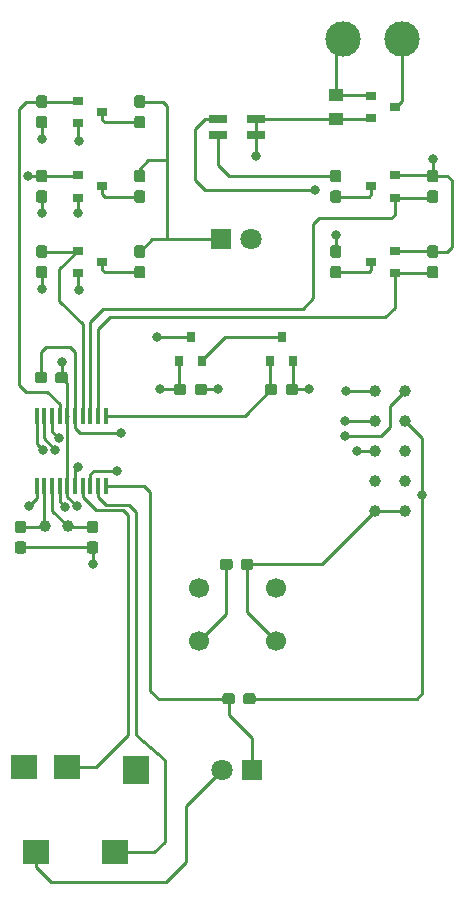
<source format=gtl>
G04 #@! TF.GenerationSoftware,KiCad,Pcbnew,5.0.0-fee4fd1~66~ubuntu16.04.1*
G04 #@! TF.CreationDate,2018-10-04T16:53:15+05:30*
G04 #@! TF.ProjectId,senseBeTx_rev1,73656E7365426554785F726576312E6B,rev?*
G04 #@! TF.SameCoordinates,Original*
G04 #@! TF.FileFunction,Copper,L1,Top,Signal*
G04 #@! TF.FilePolarity,Positive*
%FSLAX46Y46*%
G04 Gerber Fmt 4.6, Leading zero omitted, Abs format (unit mm)*
G04 Created by KiCad (PCBNEW 5.0.0-fee4fd1~66~ubuntu16.04.1) date Thu Oct  4 16:53:15 2018*
%MOMM*%
%LPD*%
G01*
G04 APERTURE LIST*
G04 #@! TA.AperFunction,SMDPad,CuDef*
%ADD10R,0.450000X1.450000*%
G04 #@! TD*
G04 #@! TA.AperFunction,ComponentPad*
%ADD11C,3.000000*%
G04 #@! TD*
G04 #@! TA.AperFunction,SMDPad,CuDef*
%ADD12R,1.250000X1.000000*%
G04 #@! TD*
G04 #@! TA.AperFunction,Conductor*
%ADD13C,0.100000*%
G04 #@! TD*
G04 #@! TA.AperFunction,SMDPad,CuDef*
%ADD14C,0.950000*%
G04 #@! TD*
G04 #@! TA.AperFunction,ComponentPad*
%ADD15R,1.800000X1.800000*%
G04 #@! TD*
G04 #@! TA.AperFunction,ComponentPad*
%ADD16C,1.800000*%
G04 #@! TD*
G04 #@! TA.AperFunction,SMDPad,CuDef*
%ADD17R,1.600000X0.800000*%
G04 #@! TD*
G04 #@! TA.AperFunction,SMDPad,CuDef*
%ADD18R,2.200000X2.000000*%
G04 #@! TD*
G04 #@! TA.AperFunction,SMDPad,CuDef*
%ADD19R,2.200000X2.400000*%
G04 #@! TD*
G04 #@! TA.AperFunction,ConnectorPad*
%ADD20C,1.000000*%
G04 #@! TD*
G04 #@! TA.AperFunction,SMDPad,CuDef*
%ADD21R,0.900000X0.800000*%
G04 #@! TD*
G04 #@! TA.AperFunction,SMDPad,CuDef*
%ADD22R,0.800000X0.900000*%
G04 #@! TD*
G04 #@! TA.AperFunction,ComponentPad*
%ADD23C,1.000000*%
G04 #@! TD*
G04 #@! TA.AperFunction,ComponentPad*
%ADD24C,1.700000*%
G04 #@! TD*
G04 #@! TA.AperFunction,ViaPad*
%ADD25C,0.800000*%
G04 #@! TD*
G04 #@! TA.AperFunction,Conductor*
%ADD26C,0.250000*%
G04 #@! TD*
G04 APERTURE END LIST*
D10*
G04 #@! TO.P,U1,1*
G04 #@! TO.N,/BUTTON*
X16075000Y-159850000D03*
G04 #@! TO.P,U1,2*
G04 #@! TO.N,/RCC_OSC32_IN*
X16725000Y-159850000D03*
G04 #@! TO.P,U1,3*
G04 #@! TO.N,/RCC_OSC32_OUT*
X17375000Y-159850000D03*
G04 #@! TO.P,U1,4*
G04 #@! TO.N,/RESET*
X18025000Y-159850000D03*
G04 #@! TO.P,U1,5*
G04 #@! TO.N,VDD*
X18675000Y-159850000D03*
G04 #@! TO.P,U1,6*
G04 #@! TO.N,/LEDIR_PWR2*
X19325000Y-159850000D03*
G04 #@! TO.P,U1,7*
G04 #@! TO.N,/LPUART1_TX*
X19975000Y-159850000D03*
G04 #@! TO.P,U1,8*
G04 #@! TO.N,/USART2_TX*
X20625000Y-159850000D03*
G04 #@! TO.P,U1,9*
G04 #@! TO.N,/LPUART1_RX*
X21275000Y-159850000D03*
G04 #@! TO.P,U1,10*
G04 #@! TO.N,/LIGHT_SENSE*
X21925000Y-159850000D03*
G04 #@! TO.P,U1,11*
G04 #@! TO.N,/LEDIR_CNTRL2*
X21925000Y-153950000D03*
G04 #@! TO.P,U1,12*
G04 #@! TO.N,/LED_RED*
X21275000Y-153950000D03*
G04 #@! TO.P,U1,13*
G04 #@! TO.N,/LED_GREEN*
X20625000Y-153950000D03*
G04 #@! TO.P,U1,14*
G04 #@! TO.N,/LEDIR_PWR3*
X19975000Y-153950000D03*
G04 #@! TO.P,U1,15*
G04 #@! TO.N,GND*
X19325000Y-153950000D03*
G04 #@! TO.P,U1,16*
G04 #@! TO.N,VDD*
X18675000Y-153950000D03*
G04 #@! TO.P,U1,17*
G04 #@! TO.N,/LEDIR_PWR1*
X18025000Y-153950000D03*
G04 #@! TO.P,U1,18*
G04 #@! TO.N,/LEDIR_CNTRL1*
X17375000Y-153950000D03*
G04 #@! TO.P,U1,19*
G04 #@! TO.N,/SYS_SWDIO*
X16725000Y-153950000D03*
G04 #@! TO.P,U1,20*
G04 #@! TO.N,/SYS_SWDCLK*
X16075000Y-153950000D03*
G04 #@! TD*
D11*
G04 #@! TO.P,BT1,1*
G04 #@! TO.N,Net-(BT1-Pad1)*
X47000000Y-122000000D03*
G04 #@! TO.P,BT1,2*
G04 #@! TO.N,GND*
X42000000Y-122000000D03*
G04 #@! TD*
D12*
G04 #@! TO.P,C1,1*
G04 #@! TO.N,VDD*
X41400000Y-128800000D03*
G04 #@! TO.P,C1,2*
G04 #@! TO.N,GND*
X41400000Y-126800000D03*
G04 #@! TD*
D13*
G04 #@! TO.N,/BUTTON*
G04 #@! TO.C,C2*
G36*
X32435779Y-166026144D02*
X32458834Y-166029563D01*
X32481443Y-166035227D01*
X32503387Y-166043079D01*
X32524457Y-166053044D01*
X32544448Y-166065026D01*
X32563168Y-166078910D01*
X32580438Y-166094562D01*
X32596090Y-166111832D01*
X32609974Y-166130552D01*
X32621956Y-166150543D01*
X32631921Y-166171613D01*
X32639773Y-166193557D01*
X32645437Y-166216166D01*
X32648856Y-166239221D01*
X32650000Y-166262500D01*
X32650000Y-166737500D01*
X32648856Y-166760779D01*
X32645437Y-166783834D01*
X32639773Y-166806443D01*
X32631921Y-166828387D01*
X32621956Y-166849457D01*
X32609974Y-166869448D01*
X32596090Y-166888168D01*
X32580438Y-166905438D01*
X32563168Y-166921090D01*
X32544448Y-166934974D01*
X32524457Y-166946956D01*
X32503387Y-166956921D01*
X32481443Y-166964773D01*
X32458834Y-166970437D01*
X32435779Y-166973856D01*
X32412500Y-166975000D01*
X31837500Y-166975000D01*
X31814221Y-166973856D01*
X31791166Y-166970437D01*
X31768557Y-166964773D01*
X31746613Y-166956921D01*
X31725543Y-166946956D01*
X31705552Y-166934974D01*
X31686832Y-166921090D01*
X31669562Y-166905438D01*
X31653910Y-166888168D01*
X31640026Y-166869448D01*
X31628044Y-166849457D01*
X31618079Y-166828387D01*
X31610227Y-166806443D01*
X31604563Y-166783834D01*
X31601144Y-166760779D01*
X31600000Y-166737500D01*
X31600000Y-166262500D01*
X31601144Y-166239221D01*
X31604563Y-166216166D01*
X31610227Y-166193557D01*
X31618079Y-166171613D01*
X31628044Y-166150543D01*
X31640026Y-166130552D01*
X31653910Y-166111832D01*
X31669562Y-166094562D01*
X31686832Y-166078910D01*
X31705552Y-166065026D01*
X31725543Y-166053044D01*
X31746613Y-166043079D01*
X31768557Y-166035227D01*
X31791166Y-166029563D01*
X31814221Y-166026144D01*
X31837500Y-166025000D01*
X32412500Y-166025000D01*
X32435779Y-166026144D01*
X32435779Y-166026144D01*
G37*
D14*
G04 #@! TD*
G04 #@! TO.P,C2,1*
G04 #@! TO.N,/BUTTON*
X32125000Y-166500000D03*
D13*
G04 #@! TO.N,GND*
G04 #@! TO.C,C2*
G36*
X34185779Y-166026144D02*
X34208834Y-166029563D01*
X34231443Y-166035227D01*
X34253387Y-166043079D01*
X34274457Y-166053044D01*
X34294448Y-166065026D01*
X34313168Y-166078910D01*
X34330438Y-166094562D01*
X34346090Y-166111832D01*
X34359974Y-166130552D01*
X34371956Y-166150543D01*
X34381921Y-166171613D01*
X34389773Y-166193557D01*
X34395437Y-166216166D01*
X34398856Y-166239221D01*
X34400000Y-166262500D01*
X34400000Y-166737500D01*
X34398856Y-166760779D01*
X34395437Y-166783834D01*
X34389773Y-166806443D01*
X34381921Y-166828387D01*
X34371956Y-166849457D01*
X34359974Y-166869448D01*
X34346090Y-166888168D01*
X34330438Y-166905438D01*
X34313168Y-166921090D01*
X34294448Y-166934974D01*
X34274457Y-166946956D01*
X34253387Y-166956921D01*
X34231443Y-166964773D01*
X34208834Y-166970437D01*
X34185779Y-166973856D01*
X34162500Y-166975000D01*
X33587500Y-166975000D01*
X33564221Y-166973856D01*
X33541166Y-166970437D01*
X33518557Y-166964773D01*
X33496613Y-166956921D01*
X33475543Y-166946956D01*
X33455552Y-166934974D01*
X33436832Y-166921090D01*
X33419562Y-166905438D01*
X33403910Y-166888168D01*
X33390026Y-166869448D01*
X33378044Y-166849457D01*
X33368079Y-166828387D01*
X33360227Y-166806443D01*
X33354563Y-166783834D01*
X33351144Y-166760779D01*
X33350000Y-166737500D01*
X33350000Y-166262500D01*
X33351144Y-166239221D01*
X33354563Y-166216166D01*
X33360227Y-166193557D01*
X33368079Y-166171613D01*
X33378044Y-166150543D01*
X33390026Y-166130552D01*
X33403910Y-166111832D01*
X33419562Y-166094562D01*
X33436832Y-166078910D01*
X33455552Y-166065026D01*
X33475543Y-166053044D01*
X33496613Y-166043079D01*
X33518557Y-166035227D01*
X33541166Y-166029563D01*
X33564221Y-166026144D01*
X33587500Y-166025000D01*
X34162500Y-166025000D01*
X34185779Y-166026144D01*
X34185779Y-166026144D01*
G37*
D14*
G04 #@! TD*
G04 #@! TO.P,C2,2*
G04 #@! TO.N,GND*
X33875000Y-166500000D03*
D13*
G04 #@! TO.N,/RCC_OSC32_OUT*
G04 #@! TO.C,C3*
G36*
X21060779Y-162801144D02*
X21083834Y-162804563D01*
X21106443Y-162810227D01*
X21128387Y-162818079D01*
X21149457Y-162828044D01*
X21169448Y-162840026D01*
X21188168Y-162853910D01*
X21205438Y-162869562D01*
X21221090Y-162886832D01*
X21234974Y-162905552D01*
X21246956Y-162925543D01*
X21256921Y-162946613D01*
X21264773Y-162968557D01*
X21270437Y-162991166D01*
X21273856Y-163014221D01*
X21275000Y-163037500D01*
X21275000Y-163612500D01*
X21273856Y-163635779D01*
X21270437Y-163658834D01*
X21264773Y-163681443D01*
X21256921Y-163703387D01*
X21246956Y-163724457D01*
X21234974Y-163744448D01*
X21221090Y-163763168D01*
X21205438Y-163780438D01*
X21188168Y-163796090D01*
X21169448Y-163809974D01*
X21149457Y-163821956D01*
X21128387Y-163831921D01*
X21106443Y-163839773D01*
X21083834Y-163845437D01*
X21060779Y-163848856D01*
X21037500Y-163850000D01*
X20562500Y-163850000D01*
X20539221Y-163848856D01*
X20516166Y-163845437D01*
X20493557Y-163839773D01*
X20471613Y-163831921D01*
X20450543Y-163821956D01*
X20430552Y-163809974D01*
X20411832Y-163796090D01*
X20394562Y-163780438D01*
X20378910Y-163763168D01*
X20365026Y-163744448D01*
X20353044Y-163724457D01*
X20343079Y-163703387D01*
X20335227Y-163681443D01*
X20329563Y-163658834D01*
X20326144Y-163635779D01*
X20325000Y-163612500D01*
X20325000Y-163037500D01*
X20326144Y-163014221D01*
X20329563Y-162991166D01*
X20335227Y-162968557D01*
X20343079Y-162946613D01*
X20353044Y-162925543D01*
X20365026Y-162905552D01*
X20378910Y-162886832D01*
X20394562Y-162869562D01*
X20411832Y-162853910D01*
X20430552Y-162840026D01*
X20450543Y-162828044D01*
X20471613Y-162818079D01*
X20493557Y-162810227D01*
X20516166Y-162804563D01*
X20539221Y-162801144D01*
X20562500Y-162800000D01*
X21037500Y-162800000D01*
X21060779Y-162801144D01*
X21060779Y-162801144D01*
G37*
D14*
G04 #@! TD*
G04 #@! TO.P,C3,1*
G04 #@! TO.N,/RCC_OSC32_OUT*
X20800000Y-163325000D03*
D13*
G04 #@! TO.N,GND*
G04 #@! TO.C,C3*
G36*
X21060779Y-164551144D02*
X21083834Y-164554563D01*
X21106443Y-164560227D01*
X21128387Y-164568079D01*
X21149457Y-164578044D01*
X21169448Y-164590026D01*
X21188168Y-164603910D01*
X21205438Y-164619562D01*
X21221090Y-164636832D01*
X21234974Y-164655552D01*
X21246956Y-164675543D01*
X21256921Y-164696613D01*
X21264773Y-164718557D01*
X21270437Y-164741166D01*
X21273856Y-164764221D01*
X21275000Y-164787500D01*
X21275000Y-165362500D01*
X21273856Y-165385779D01*
X21270437Y-165408834D01*
X21264773Y-165431443D01*
X21256921Y-165453387D01*
X21246956Y-165474457D01*
X21234974Y-165494448D01*
X21221090Y-165513168D01*
X21205438Y-165530438D01*
X21188168Y-165546090D01*
X21169448Y-165559974D01*
X21149457Y-165571956D01*
X21128387Y-165581921D01*
X21106443Y-165589773D01*
X21083834Y-165595437D01*
X21060779Y-165598856D01*
X21037500Y-165600000D01*
X20562500Y-165600000D01*
X20539221Y-165598856D01*
X20516166Y-165595437D01*
X20493557Y-165589773D01*
X20471613Y-165581921D01*
X20450543Y-165571956D01*
X20430552Y-165559974D01*
X20411832Y-165546090D01*
X20394562Y-165530438D01*
X20378910Y-165513168D01*
X20365026Y-165494448D01*
X20353044Y-165474457D01*
X20343079Y-165453387D01*
X20335227Y-165431443D01*
X20329563Y-165408834D01*
X20326144Y-165385779D01*
X20325000Y-165362500D01*
X20325000Y-164787500D01*
X20326144Y-164764221D01*
X20329563Y-164741166D01*
X20335227Y-164718557D01*
X20343079Y-164696613D01*
X20353044Y-164675543D01*
X20365026Y-164655552D01*
X20378910Y-164636832D01*
X20394562Y-164619562D01*
X20411832Y-164603910D01*
X20430552Y-164590026D01*
X20450543Y-164578044D01*
X20471613Y-164568079D01*
X20493557Y-164560227D01*
X20516166Y-164554563D01*
X20539221Y-164551144D01*
X20562500Y-164550000D01*
X21037500Y-164550000D01*
X21060779Y-164551144D01*
X21060779Y-164551144D01*
G37*
D14*
G04 #@! TD*
G04 #@! TO.P,C3,2*
G04 #@! TO.N,GND*
X20800000Y-165075000D03*
D13*
G04 #@! TO.N,GND*
G04 #@! TO.C,C4*
G36*
X14960779Y-164551144D02*
X14983834Y-164554563D01*
X15006443Y-164560227D01*
X15028387Y-164568079D01*
X15049457Y-164578044D01*
X15069448Y-164590026D01*
X15088168Y-164603910D01*
X15105438Y-164619562D01*
X15121090Y-164636832D01*
X15134974Y-164655552D01*
X15146956Y-164675543D01*
X15156921Y-164696613D01*
X15164773Y-164718557D01*
X15170437Y-164741166D01*
X15173856Y-164764221D01*
X15175000Y-164787500D01*
X15175000Y-165362500D01*
X15173856Y-165385779D01*
X15170437Y-165408834D01*
X15164773Y-165431443D01*
X15156921Y-165453387D01*
X15146956Y-165474457D01*
X15134974Y-165494448D01*
X15121090Y-165513168D01*
X15105438Y-165530438D01*
X15088168Y-165546090D01*
X15069448Y-165559974D01*
X15049457Y-165571956D01*
X15028387Y-165581921D01*
X15006443Y-165589773D01*
X14983834Y-165595437D01*
X14960779Y-165598856D01*
X14937500Y-165600000D01*
X14462500Y-165600000D01*
X14439221Y-165598856D01*
X14416166Y-165595437D01*
X14393557Y-165589773D01*
X14371613Y-165581921D01*
X14350543Y-165571956D01*
X14330552Y-165559974D01*
X14311832Y-165546090D01*
X14294562Y-165530438D01*
X14278910Y-165513168D01*
X14265026Y-165494448D01*
X14253044Y-165474457D01*
X14243079Y-165453387D01*
X14235227Y-165431443D01*
X14229563Y-165408834D01*
X14226144Y-165385779D01*
X14225000Y-165362500D01*
X14225000Y-164787500D01*
X14226144Y-164764221D01*
X14229563Y-164741166D01*
X14235227Y-164718557D01*
X14243079Y-164696613D01*
X14253044Y-164675543D01*
X14265026Y-164655552D01*
X14278910Y-164636832D01*
X14294562Y-164619562D01*
X14311832Y-164603910D01*
X14330552Y-164590026D01*
X14350543Y-164578044D01*
X14371613Y-164568079D01*
X14393557Y-164560227D01*
X14416166Y-164554563D01*
X14439221Y-164551144D01*
X14462500Y-164550000D01*
X14937500Y-164550000D01*
X14960779Y-164551144D01*
X14960779Y-164551144D01*
G37*
D14*
G04 #@! TD*
G04 #@! TO.P,C4,2*
G04 #@! TO.N,GND*
X14700000Y-165075000D03*
D13*
G04 #@! TO.N,/RCC_OSC32_IN*
G04 #@! TO.C,C4*
G36*
X14960779Y-162801144D02*
X14983834Y-162804563D01*
X15006443Y-162810227D01*
X15028387Y-162818079D01*
X15049457Y-162828044D01*
X15069448Y-162840026D01*
X15088168Y-162853910D01*
X15105438Y-162869562D01*
X15121090Y-162886832D01*
X15134974Y-162905552D01*
X15146956Y-162925543D01*
X15156921Y-162946613D01*
X15164773Y-162968557D01*
X15170437Y-162991166D01*
X15173856Y-163014221D01*
X15175000Y-163037500D01*
X15175000Y-163612500D01*
X15173856Y-163635779D01*
X15170437Y-163658834D01*
X15164773Y-163681443D01*
X15156921Y-163703387D01*
X15146956Y-163724457D01*
X15134974Y-163744448D01*
X15121090Y-163763168D01*
X15105438Y-163780438D01*
X15088168Y-163796090D01*
X15069448Y-163809974D01*
X15049457Y-163821956D01*
X15028387Y-163831921D01*
X15006443Y-163839773D01*
X14983834Y-163845437D01*
X14960779Y-163848856D01*
X14937500Y-163850000D01*
X14462500Y-163850000D01*
X14439221Y-163848856D01*
X14416166Y-163845437D01*
X14393557Y-163839773D01*
X14371613Y-163831921D01*
X14350543Y-163821956D01*
X14330552Y-163809974D01*
X14311832Y-163796090D01*
X14294562Y-163780438D01*
X14278910Y-163763168D01*
X14265026Y-163744448D01*
X14253044Y-163724457D01*
X14243079Y-163703387D01*
X14235227Y-163681443D01*
X14229563Y-163658834D01*
X14226144Y-163635779D01*
X14225000Y-163612500D01*
X14225000Y-163037500D01*
X14226144Y-163014221D01*
X14229563Y-162991166D01*
X14235227Y-162968557D01*
X14243079Y-162946613D01*
X14253044Y-162925543D01*
X14265026Y-162905552D01*
X14278910Y-162886832D01*
X14294562Y-162869562D01*
X14311832Y-162853910D01*
X14330552Y-162840026D01*
X14350543Y-162828044D01*
X14371613Y-162818079D01*
X14393557Y-162810227D01*
X14416166Y-162804563D01*
X14439221Y-162801144D01*
X14462500Y-162800000D01*
X14937500Y-162800000D01*
X14960779Y-162801144D01*
X14960779Y-162801144D01*
G37*
D14*
G04 #@! TD*
G04 #@! TO.P,C4,1*
G04 #@! TO.N,/RCC_OSC32_IN*
X14700000Y-163325000D03*
D15*
G04 #@! TO.P,D1,1*
G04 #@! TO.N,/LIGHT_SENSE*
X34300000Y-183900000D03*
D16*
G04 #@! TO.P,D1,2*
G04 #@! TO.N,GND*
X31760000Y-183900000D03*
G04 #@! TD*
D17*
G04 #@! TO.P,D2,2*
G04 #@! TO.N,Net-(D2-Pad2)*
X31400000Y-128800000D03*
G04 #@! TO.P,D2,1*
G04 #@! TO.N,VDD*
X34600000Y-128800000D03*
G04 #@! TO.P,D2,3*
X34600000Y-130200000D03*
G04 #@! TO.P,D2,4*
G04 #@! TO.N,Net-(D2-Pad4)*
X31400000Y-130200000D03*
G04 #@! TD*
D15*
G04 #@! TO.P,D3,1*
G04 #@! TO.N,Net-(D3-Pad1)*
X31700000Y-139000000D03*
D16*
G04 #@! TO.P,D3,2*
G04 #@! TO.N,VDD*
X34240000Y-139000000D03*
G04 #@! TD*
D18*
G04 #@! TO.P,J1,1*
G04 #@! TO.N,GND*
X16000000Y-190900000D03*
G04 #@! TO.P,J1,2*
G04 #@! TO.N,/LPUART1_RX*
X22700000Y-190900000D03*
G04 #@! TO.P,J1,4*
G04 #@! TO.N,Net-(J1-Pad4)*
X15000000Y-183700000D03*
G04 #@! TO.P,J1,3*
G04 #@! TO.N,/LPUART1_TX*
X18600000Y-183700000D03*
D19*
G04 #@! TO.P,J1,10*
G04 #@! TO.N,Net-(J1-Pad10)*
X24500000Y-183900000D03*
G04 #@! TD*
D20*
G04 #@! TO.P,P1,1*
G04 #@! TO.N,/SYS_SWDIO*
X44730000Y-151820000D03*
G04 #@! TO.P,P1,3*
G04 #@! TO.N,/SYS_SWDCLK*
X44730000Y-154360000D03*
G04 #@! TO.P,P1,5*
G04 #@! TO.N,/RESET*
X44730000Y-156900000D03*
G04 #@! TO.P,P1,7*
G04 #@! TO.N,Net-(P1-Pad7)*
X44730000Y-159440000D03*
G04 #@! TO.P,P1,9*
G04 #@! TO.N,GND*
X44730000Y-161980000D03*
G04 #@! TO.P,P1,10*
X47270000Y-161980000D03*
G04 #@! TO.P,P1,8*
G04 #@! TO.N,Net-(P1-Pad8)*
X47270000Y-159440000D03*
G04 #@! TO.P,P1,6*
G04 #@! TO.N,Net-(P1-Pad6)*
X47270000Y-156900000D03*
G04 #@! TO.P,P1,4*
G04 #@! TO.N,VDD*
X47270000Y-154360000D03*
G04 #@! TO.P,P1,2*
G04 #@! TO.N,/USART2_TX*
X47270000Y-151820000D03*
G04 #@! TD*
D21*
G04 #@! TO.P,Q1,3*
G04 #@! TO.N,Net-(BT1-Pad1)*
X46400000Y-127800000D03*
G04 #@! TO.P,Q1,2*
G04 #@! TO.N,VDD*
X44400000Y-128750000D03*
G04 #@! TO.P,Q1,1*
G04 #@! TO.N,GND*
X44400000Y-126850000D03*
G04 #@! TD*
G04 #@! TO.P,Q2,1*
G04 #@! TO.N,/LED_GREEN*
X46400000Y-135450000D03*
G04 #@! TO.P,Q2,2*
G04 #@! TO.N,GND*
X46400000Y-133550000D03*
G04 #@! TO.P,Q2,3*
G04 #@! TO.N,Net-(Q2-Pad3)*
X44400000Y-134500000D03*
G04 #@! TD*
G04 #@! TO.P,Q3,3*
G04 #@! TO.N,Net-(Q3-Pad3)*
X44400000Y-140900000D03*
G04 #@! TO.P,Q3,2*
G04 #@! TO.N,GND*
X46400000Y-139950000D03*
G04 #@! TO.P,Q3,1*
G04 #@! TO.N,/LED_RED*
X46400000Y-141850000D03*
G04 #@! TD*
G04 #@! TO.P,Q4,1*
G04 #@! TO.N,/LEDIR_PWR1*
X19600000Y-127250000D03*
G04 #@! TO.P,Q4,2*
G04 #@! TO.N,/R_CNTRL*
X19600000Y-129150000D03*
G04 #@! TO.P,Q4,3*
G04 #@! TO.N,/R20*
X21600000Y-128200000D03*
G04 #@! TD*
G04 #@! TO.P,Q5,3*
G04 #@! TO.N,/R12*
X21600000Y-134500000D03*
G04 #@! TO.P,Q5,2*
G04 #@! TO.N,/R_CNTRL*
X19600000Y-135450000D03*
G04 #@! TO.P,Q5,1*
G04 #@! TO.N,/LEDIR_PWR2*
X19600000Y-133550000D03*
G04 #@! TD*
G04 #@! TO.P,Q6,1*
G04 #@! TO.N,/LEDIR_PWR3*
X19600000Y-139950000D03*
G04 #@! TO.P,Q6,2*
G04 #@! TO.N,/R_CNTRL*
X19600000Y-141850000D03*
G04 #@! TO.P,Q6,3*
G04 #@! TO.N,/4R7*
X21600000Y-140900000D03*
G04 #@! TD*
D22*
G04 #@! TO.P,Q7,3*
G04 #@! TO.N,/R_CNTRL*
X29100000Y-147300000D03*
G04 #@! TO.P,Q7,2*
G04 #@! TO.N,Net-(Q7-Pad2)*
X30050000Y-149300000D03*
G04 #@! TO.P,Q7,1*
G04 #@! TO.N,/LEDIR_CNTRL1*
X28150000Y-149300000D03*
G04 #@! TD*
G04 #@! TO.P,Q8,1*
G04 #@! TO.N,/LEDIR_CNTRL2*
X35850000Y-149300000D03*
G04 #@! TO.P,Q8,2*
G04 #@! TO.N,GND*
X37750000Y-149300000D03*
G04 #@! TO.P,Q8,3*
G04 #@! TO.N,Net-(Q7-Pad2)*
X36800000Y-147300000D03*
G04 #@! TD*
D13*
G04 #@! TO.N,/LIGHT_SENSE*
G04 #@! TO.C,R1*
G36*
X32635779Y-177426144D02*
X32658834Y-177429563D01*
X32681443Y-177435227D01*
X32703387Y-177443079D01*
X32724457Y-177453044D01*
X32744448Y-177465026D01*
X32763168Y-177478910D01*
X32780438Y-177494562D01*
X32796090Y-177511832D01*
X32809974Y-177530552D01*
X32821956Y-177550543D01*
X32831921Y-177571613D01*
X32839773Y-177593557D01*
X32845437Y-177616166D01*
X32848856Y-177639221D01*
X32850000Y-177662500D01*
X32850000Y-178137500D01*
X32848856Y-178160779D01*
X32845437Y-178183834D01*
X32839773Y-178206443D01*
X32831921Y-178228387D01*
X32821956Y-178249457D01*
X32809974Y-178269448D01*
X32796090Y-178288168D01*
X32780438Y-178305438D01*
X32763168Y-178321090D01*
X32744448Y-178334974D01*
X32724457Y-178346956D01*
X32703387Y-178356921D01*
X32681443Y-178364773D01*
X32658834Y-178370437D01*
X32635779Y-178373856D01*
X32612500Y-178375000D01*
X32037500Y-178375000D01*
X32014221Y-178373856D01*
X31991166Y-178370437D01*
X31968557Y-178364773D01*
X31946613Y-178356921D01*
X31925543Y-178346956D01*
X31905552Y-178334974D01*
X31886832Y-178321090D01*
X31869562Y-178305438D01*
X31853910Y-178288168D01*
X31840026Y-178269448D01*
X31828044Y-178249457D01*
X31818079Y-178228387D01*
X31810227Y-178206443D01*
X31804563Y-178183834D01*
X31801144Y-178160779D01*
X31800000Y-178137500D01*
X31800000Y-177662500D01*
X31801144Y-177639221D01*
X31804563Y-177616166D01*
X31810227Y-177593557D01*
X31818079Y-177571613D01*
X31828044Y-177550543D01*
X31840026Y-177530552D01*
X31853910Y-177511832D01*
X31869562Y-177494562D01*
X31886832Y-177478910D01*
X31905552Y-177465026D01*
X31925543Y-177453044D01*
X31946613Y-177443079D01*
X31968557Y-177435227D01*
X31991166Y-177429563D01*
X32014221Y-177426144D01*
X32037500Y-177425000D01*
X32612500Y-177425000D01*
X32635779Y-177426144D01*
X32635779Y-177426144D01*
G37*
D14*
G04 #@! TD*
G04 #@! TO.P,R1,2*
G04 #@! TO.N,/LIGHT_SENSE*
X32325000Y-177900000D03*
D13*
G04 #@! TO.N,VDD*
G04 #@! TO.C,R1*
G36*
X34385779Y-177426144D02*
X34408834Y-177429563D01*
X34431443Y-177435227D01*
X34453387Y-177443079D01*
X34474457Y-177453044D01*
X34494448Y-177465026D01*
X34513168Y-177478910D01*
X34530438Y-177494562D01*
X34546090Y-177511832D01*
X34559974Y-177530552D01*
X34571956Y-177550543D01*
X34581921Y-177571613D01*
X34589773Y-177593557D01*
X34595437Y-177616166D01*
X34598856Y-177639221D01*
X34600000Y-177662500D01*
X34600000Y-178137500D01*
X34598856Y-178160779D01*
X34595437Y-178183834D01*
X34589773Y-178206443D01*
X34581921Y-178228387D01*
X34571956Y-178249457D01*
X34559974Y-178269448D01*
X34546090Y-178288168D01*
X34530438Y-178305438D01*
X34513168Y-178321090D01*
X34494448Y-178334974D01*
X34474457Y-178346956D01*
X34453387Y-178356921D01*
X34431443Y-178364773D01*
X34408834Y-178370437D01*
X34385779Y-178373856D01*
X34362500Y-178375000D01*
X33787500Y-178375000D01*
X33764221Y-178373856D01*
X33741166Y-178370437D01*
X33718557Y-178364773D01*
X33696613Y-178356921D01*
X33675543Y-178346956D01*
X33655552Y-178334974D01*
X33636832Y-178321090D01*
X33619562Y-178305438D01*
X33603910Y-178288168D01*
X33590026Y-178269448D01*
X33578044Y-178249457D01*
X33568079Y-178228387D01*
X33560227Y-178206443D01*
X33554563Y-178183834D01*
X33551144Y-178160779D01*
X33550000Y-178137500D01*
X33550000Y-177662500D01*
X33551144Y-177639221D01*
X33554563Y-177616166D01*
X33560227Y-177593557D01*
X33568079Y-177571613D01*
X33578044Y-177550543D01*
X33590026Y-177530552D01*
X33603910Y-177511832D01*
X33619562Y-177494562D01*
X33636832Y-177478910D01*
X33655552Y-177465026D01*
X33675543Y-177453044D01*
X33696613Y-177443079D01*
X33718557Y-177435227D01*
X33741166Y-177429563D01*
X33764221Y-177426144D01*
X33787500Y-177425000D01*
X34362500Y-177425000D01*
X34385779Y-177426144D01*
X34385779Y-177426144D01*
G37*
D14*
G04 #@! TD*
G04 #@! TO.P,R1,1*
G04 #@! TO.N,VDD*
X34075000Y-177900000D03*
D13*
G04 #@! TO.N,Net-(Q3-Pad3)*
G04 #@! TO.C,R2*
G36*
X41660779Y-141251144D02*
X41683834Y-141254563D01*
X41706443Y-141260227D01*
X41728387Y-141268079D01*
X41749457Y-141278044D01*
X41769448Y-141290026D01*
X41788168Y-141303910D01*
X41805438Y-141319562D01*
X41821090Y-141336832D01*
X41834974Y-141355552D01*
X41846956Y-141375543D01*
X41856921Y-141396613D01*
X41864773Y-141418557D01*
X41870437Y-141441166D01*
X41873856Y-141464221D01*
X41875000Y-141487500D01*
X41875000Y-142062500D01*
X41873856Y-142085779D01*
X41870437Y-142108834D01*
X41864773Y-142131443D01*
X41856921Y-142153387D01*
X41846956Y-142174457D01*
X41834974Y-142194448D01*
X41821090Y-142213168D01*
X41805438Y-142230438D01*
X41788168Y-142246090D01*
X41769448Y-142259974D01*
X41749457Y-142271956D01*
X41728387Y-142281921D01*
X41706443Y-142289773D01*
X41683834Y-142295437D01*
X41660779Y-142298856D01*
X41637500Y-142300000D01*
X41162500Y-142300000D01*
X41139221Y-142298856D01*
X41116166Y-142295437D01*
X41093557Y-142289773D01*
X41071613Y-142281921D01*
X41050543Y-142271956D01*
X41030552Y-142259974D01*
X41011832Y-142246090D01*
X40994562Y-142230438D01*
X40978910Y-142213168D01*
X40965026Y-142194448D01*
X40953044Y-142174457D01*
X40943079Y-142153387D01*
X40935227Y-142131443D01*
X40929563Y-142108834D01*
X40926144Y-142085779D01*
X40925000Y-142062500D01*
X40925000Y-141487500D01*
X40926144Y-141464221D01*
X40929563Y-141441166D01*
X40935227Y-141418557D01*
X40943079Y-141396613D01*
X40953044Y-141375543D01*
X40965026Y-141355552D01*
X40978910Y-141336832D01*
X40994562Y-141319562D01*
X41011832Y-141303910D01*
X41030552Y-141290026D01*
X41050543Y-141278044D01*
X41071613Y-141268079D01*
X41093557Y-141260227D01*
X41116166Y-141254563D01*
X41139221Y-141251144D01*
X41162500Y-141250000D01*
X41637500Y-141250000D01*
X41660779Y-141251144D01*
X41660779Y-141251144D01*
G37*
D14*
G04 #@! TD*
G04 #@! TO.P,R2,1*
G04 #@! TO.N,Net-(Q3-Pad3)*
X41400000Y-141775000D03*
D13*
G04 #@! TO.N,Net-(D2-Pad2)*
G04 #@! TO.C,R2*
G36*
X41660779Y-139501144D02*
X41683834Y-139504563D01*
X41706443Y-139510227D01*
X41728387Y-139518079D01*
X41749457Y-139528044D01*
X41769448Y-139540026D01*
X41788168Y-139553910D01*
X41805438Y-139569562D01*
X41821090Y-139586832D01*
X41834974Y-139605552D01*
X41846956Y-139625543D01*
X41856921Y-139646613D01*
X41864773Y-139668557D01*
X41870437Y-139691166D01*
X41873856Y-139714221D01*
X41875000Y-139737500D01*
X41875000Y-140312500D01*
X41873856Y-140335779D01*
X41870437Y-140358834D01*
X41864773Y-140381443D01*
X41856921Y-140403387D01*
X41846956Y-140424457D01*
X41834974Y-140444448D01*
X41821090Y-140463168D01*
X41805438Y-140480438D01*
X41788168Y-140496090D01*
X41769448Y-140509974D01*
X41749457Y-140521956D01*
X41728387Y-140531921D01*
X41706443Y-140539773D01*
X41683834Y-140545437D01*
X41660779Y-140548856D01*
X41637500Y-140550000D01*
X41162500Y-140550000D01*
X41139221Y-140548856D01*
X41116166Y-140545437D01*
X41093557Y-140539773D01*
X41071613Y-140531921D01*
X41050543Y-140521956D01*
X41030552Y-140509974D01*
X41011832Y-140496090D01*
X40994562Y-140480438D01*
X40978910Y-140463168D01*
X40965026Y-140444448D01*
X40953044Y-140424457D01*
X40943079Y-140403387D01*
X40935227Y-140381443D01*
X40929563Y-140358834D01*
X40926144Y-140335779D01*
X40925000Y-140312500D01*
X40925000Y-139737500D01*
X40926144Y-139714221D01*
X40929563Y-139691166D01*
X40935227Y-139668557D01*
X40943079Y-139646613D01*
X40953044Y-139625543D01*
X40965026Y-139605552D01*
X40978910Y-139586832D01*
X40994562Y-139569562D01*
X41011832Y-139553910D01*
X41030552Y-139540026D01*
X41050543Y-139528044D01*
X41071613Y-139518079D01*
X41093557Y-139510227D01*
X41116166Y-139504563D01*
X41139221Y-139501144D01*
X41162500Y-139500000D01*
X41637500Y-139500000D01*
X41660779Y-139501144D01*
X41660779Y-139501144D01*
G37*
D14*
G04 #@! TD*
G04 #@! TO.P,R2,2*
G04 #@! TO.N,Net-(D2-Pad2)*
X41400000Y-140025000D03*
D13*
G04 #@! TO.N,Net-(D2-Pad4)*
G04 #@! TO.C,R3*
G36*
X41660779Y-133101144D02*
X41683834Y-133104563D01*
X41706443Y-133110227D01*
X41728387Y-133118079D01*
X41749457Y-133128044D01*
X41769448Y-133140026D01*
X41788168Y-133153910D01*
X41805438Y-133169562D01*
X41821090Y-133186832D01*
X41834974Y-133205552D01*
X41846956Y-133225543D01*
X41856921Y-133246613D01*
X41864773Y-133268557D01*
X41870437Y-133291166D01*
X41873856Y-133314221D01*
X41875000Y-133337500D01*
X41875000Y-133912500D01*
X41873856Y-133935779D01*
X41870437Y-133958834D01*
X41864773Y-133981443D01*
X41856921Y-134003387D01*
X41846956Y-134024457D01*
X41834974Y-134044448D01*
X41821090Y-134063168D01*
X41805438Y-134080438D01*
X41788168Y-134096090D01*
X41769448Y-134109974D01*
X41749457Y-134121956D01*
X41728387Y-134131921D01*
X41706443Y-134139773D01*
X41683834Y-134145437D01*
X41660779Y-134148856D01*
X41637500Y-134150000D01*
X41162500Y-134150000D01*
X41139221Y-134148856D01*
X41116166Y-134145437D01*
X41093557Y-134139773D01*
X41071613Y-134131921D01*
X41050543Y-134121956D01*
X41030552Y-134109974D01*
X41011832Y-134096090D01*
X40994562Y-134080438D01*
X40978910Y-134063168D01*
X40965026Y-134044448D01*
X40953044Y-134024457D01*
X40943079Y-134003387D01*
X40935227Y-133981443D01*
X40929563Y-133958834D01*
X40926144Y-133935779D01*
X40925000Y-133912500D01*
X40925000Y-133337500D01*
X40926144Y-133314221D01*
X40929563Y-133291166D01*
X40935227Y-133268557D01*
X40943079Y-133246613D01*
X40953044Y-133225543D01*
X40965026Y-133205552D01*
X40978910Y-133186832D01*
X40994562Y-133169562D01*
X41011832Y-133153910D01*
X41030552Y-133140026D01*
X41050543Y-133128044D01*
X41071613Y-133118079D01*
X41093557Y-133110227D01*
X41116166Y-133104563D01*
X41139221Y-133101144D01*
X41162500Y-133100000D01*
X41637500Y-133100000D01*
X41660779Y-133101144D01*
X41660779Y-133101144D01*
G37*
D14*
G04 #@! TD*
G04 #@! TO.P,R3,2*
G04 #@! TO.N,Net-(D2-Pad4)*
X41400000Y-133625000D03*
D13*
G04 #@! TO.N,Net-(Q2-Pad3)*
G04 #@! TO.C,R3*
G36*
X41660779Y-134851144D02*
X41683834Y-134854563D01*
X41706443Y-134860227D01*
X41728387Y-134868079D01*
X41749457Y-134878044D01*
X41769448Y-134890026D01*
X41788168Y-134903910D01*
X41805438Y-134919562D01*
X41821090Y-134936832D01*
X41834974Y-134955552D01*
X41846956Y-134975543D01*
X41856921Y-134996613D01*
X41864773Y-135018557D01*
X41870437Y-135041166D01*
X41873856Y-135064221D01*
X41875000Y-135087500D01*
X41875000Y-135662500D01*
X41873856Y-135685779D01*
X41870437Y-135708834D01*
X41864773Y-135731443D01*
X41856921Y-135753387D01*
X41846956Y-135774457D01*
X41834974Y-135794448D01*
X41821090Y-135813168D01*
X41805438Y-135830438D01*
X41788168Y-135846090D01*
X41769448Y-135859974D01*
X41749457Y-135871956D01*
X41728387Y-135881921D01*
X41706443Y-135889773D01*
X41683834Y-135895437D01*
X41660779Y-135898856D01*
X41637500Y-135900000D01*
X41162500Y-135900000D01*
X41139221Y-135898856D01*
X41116166Y-135895437D01*
X41093557Y-135889773D01*
X41071613Y-135881921D01*
X41050543Y-135871956D01*
X41030552Y-135859974D01*
X41011832Y-135846090D01*
X40994562Y-135830438D01*
X40978910Y-135813168D01*
X40965026Y-135794448D01*
X40953044Y-135774457D01*
X40943079Y-135753387D01*
X40935227Y-135731443D01*
X40929563Y-135708834D01*
X40926144Y-135685779D01*
X40925000Y-135662500D01*
X40925000Y-135087500D01*
X40926144Y-135064221D01*
X40929563Y-135041166D01*
X40935227Y-135018557D01*
X40943079Y-134996613D01*
X40953044Y-134975543D01*
X40965026Y-134955552D01*
X40978910Y-134936832D01*
X40994562Y-134919562D01*
X41011832Y-134903910D01*
X41030552Y-134890026D01*
X41050543Y-134878044D01*
X41071613Y-134868079D01*
X41093557Y-134860227D01*
X41116166Y-134854563D01*
X41139221Y-134851144D01*
X41162500Y-134850000D01*
X41637500Y-134850000D01*
X41660779Y-134851144D01*
X41660779Y-134851144D01*
G37*
D14*
G04 #@! TD*
G04 #@! TO.P,R3,1*
G04 #@! TO.N,Net-(Q2-Pad3)*
X41400000Y-135375000D03*
D13*
G04 #@! TO.N,/LED_GREEN*
G04 #@! TO.C,R4*
G36*
X49860779Y-134851144D02*
X49883834Y-134854563D01*
X49906443Y-134860227D01*
X49928387Y-134868079D01*
X49949457Y-134878044D01*
X49969448Y-134890026D01*
X49988168Y-134903910D01*
X50005438Y-134919562D01*
X50021090Y-134936832D01*
X50034974Y-134955552D01*
X50046956Y-134975543D01*
X50056921Y-134996613D01*
X50064773Y-135018557D01*
X50070437Y-135041166D01*
X50073856Y-135064221D01*
X50075000Y-135087500D01*
X50075000Y-135662500D01*
X50073856Y-135685779D01*
X50070437Y-135708834D01*
X50064773Y-135731443D01*
X50056921Y-135753387D01*
X50046956Y-135774457D01*
X50034974Y-135794448D01*
X50021090Y-135813168D01*
X50005438Y-135830438D01*
X49988168Y-135846090D01*
X49969448Y-135859974D01*
X49949457Y-135871956D01*
X49928387Y-135881921D01*
X49906443Y-135889773D01*
X49883834Y-135895437D01*
X49860779Y-135898856D01*
X49837500Y-135900000D01*
X49362500Y-135900000D01*
X49339221Y-135898856D01*
X49316166Y-135895437D01*
X49293557Y-135889773D01*
X49271613Y-135881921D01*
X49250543Y-135871956D01*
X49230552Y-135859974D01*
X49211832Y-135846090D01*
X49194562Y-135830438D01*
X49178910Y-135813168D01*
X49165026Y-135794448D01*
X49153044Y-135774457D01*
X49143079Y-135753387D01*
X49135227Y-135731443D01*
X49129563Y-135708834D01*
X49126144Y-135685779D01*
X49125000Y-135662500D01*
X49125000Y-135087500D01*
X49126144Y-135064221D01*
X49129563Y-135041166D01*
X49135227Y-135018557D01*
X49143079Y-134996613D01*
X49153044Y-134975543D01*
X49165026Y-134955552D01*
X49178910Y-134936832D01*
X49194562Y-134919562D01*
X49211832Y-134903910D01*
X49230552Y-134890026D01*
X49250543Y-134878044D01*
X49271613Y-134868079D01*
X49293557Y-134860227D01*
X49316166Y-134854563D01*
X49339221Y-134851144D01*
X49362500Y-134850000D01*
X49837500Y-134850000D01*
X49860779Y-134851144D01*
X49860779Y-134851144D01*
G37*
D14*
G04 #@! TD*
G04 #@! TO.P,R4,2*
G04 #@! TO.N,/LED_GREEN*
X49600000Y-135375000D03*
D13*
G04 #@! TO.N,GND*
G04 #@! TO.C,R4*
G36*
X49860779Y-133101144D02*
X49883834Y-133104563D01*
X49906443Y-133110227D01*
X49928387Y-133118079D01*
X49949457Y-133128044D01*
X49969448Y-133140026D01*
X49988168Y-133153910D01*
X50005438Y-133169562D01*
X50021090Y-133186832D01*
X50034974Y-133205552D01*
X50046956Y-133225543D01*
X50056921Y-133246613D01*
X50064773Y-133268557D01*
X50070437Y-133291166D01*
X50073856Y-133314221D01*
X50075000Y-133337500D01*
X50075000Y-133912500D01*
X50073856Y-133935779D01*
X50070437Y-133958834D01*
X50064773Y-133981443D01*
X50056921Y-134003387D01*
X50046956Y-134024457D01*
X50034974Y-134044448D01*
X50021090Y-134063168D01*
X50005438Y-134080438D01*
X49988168Y-134096090D01*
X49969448Y-134109974D01*
X49949457Y-134121956D01*
X49928387Y-134131921D01*
X49906443Y-134139773D01*
X49883834Y-134145437D01*
X49860779Y-134148856D01*
X49837500Y-134150000D01*
X49362500Y-134150000D01*
X49339221Y-134148856D01*
X49316166Y-134145437D01*
X49293557Y-134139773D01*
X49271613Y-134131921D01*
X49250543Y-134121956D01*
X49230552Y-134109974D01*
X49211832Y-134096090D01*
X49194562Y-134080438D01*
X49178910Y-134063168D01*
X49165026Y-134044448D01*
X49153044Y-134024457D01*
X49143079Y-134003387D01*
X49135227Y-133981443D01*
X49129563Y-133958834D01*
X49126144Y-133935779D01*
X49125000Y-133912500D01*
X49125000Y-133337500D01*
X49126144Y-133314221D01*
X49129563Y-133291166D01*
X49135227Y-133268557D01*
X49143079Y-133246613D01*
X49153044Y-133225543D01*
X49165026Y-133205552D01*
X49178910Y-133186832D01*
X49194562Y-133169562D01*
X49211832Y-133153910D01*
X49230552Y-133140026D01*
X49250543Y-133128044D01*
X49271613Y-133118079D01*
X49293557Y-133110227D01*
X49316166Y-133104563D01*
X49339221Y-133101144D01*
X49362500Y-133100000D01*
X49837500Y-133100000D01*
X49860779Y-133101144D01*
X49860779Y-133101144D01*
G37*
D14*
G04 #@! TD*
G04 #@! TO.P,R4,1*
G04 #@! TO.N,GND*
X49600000Y-133625000D03*
D13*
G04 #@! TO.N,GND*
G04 #@! TO.C,R5*
G36*
X49860779Y-139501144D02*
X49883834Y-139504563D01*
X49906443Y-139510227D01*
X49928387Y-139518079D01*
X49949457Y-139528044D01*
X49969448Y-139540026D01*
X49988168Y-139553910D01*
X50005438Y-139569562D01*
X50021090Y-139586832D01*
X50034974Y-139605552D01*
X50046956Y-139625543D01*
X50056921Y-139646613D01*
X50064773Y-139668557D01*
X50070437Y-139691166D01*
X50073856Y-139714221D01*
X50075000Y-139737500D01*
X50075000Y-140312500D01*
X50073856Y-140335779D01*
X50070437Y-140358834D01*
X50064773Y-140381443D01*
X50056921Y-140403387D01*
X50046956Y-140424457D01*
X50034974Y-140444448D01*
X50021090Y-140463168D01*
X50005438Y-140480438D01*
X49988168Y-140496090D01*
X49969448Y-140509974D01*
X49949457Y-140521956D01*
X49928387Y-140531921D01*
X49906443Y-140539773D01*
X49883834Y-140545437D01*
X49860779Y-140548856D01*
X49837500Y-140550000D01*
X49362500Y-140550000D01*
X49339221Y-140548856D01*
X49316166Y-140545437D01*
X49293557Y-140539773D01*
X49271613Y-140531921D01*
X49250543Y-140521956D01*
X49230552Y-140509974D01*
X49211832Y-140496090D01*
X49194562Y-140480438D01*
X49178910Y-140463168D01*
X49165026Y-140444448D01*
X49153044Y-140424457D01*
X49143079Y-140403387D01*
X49135227Y-140381443D01*
X49129563Y-140358834D01*
X49126144Y-140335779D01*
X49125000Y-140312500D01*
X49125000Y-139737500D01*
X49126144Y-139714221D01*
X49129563Y-139691166D01*
X49135227Y-139668557D01*
X49143079Y-139646613D01*
X49153044Y-139625543D01*
X49165026Y-139605552D01*
X49178910Y-139586832D01*
X49194562Y-139569562D01*
X49211832Y-139553910D01*
X49230552Y-139540026D01*
X49250543Y-139528044D01*
X49271613Y-139518079D01*
X49293557Y-139510227D01*
X49316166Y-139504563D01*
X49339221Y-139501144D01*
X49362500Y-139500000D01*
X49837500Y-139500000D01*
X49860779Y-139501144D01*
X49860779Y-139501144D01*
G37*
D14*
G04 #@! TD*
G04 #@! TO.P,R5,1*
G04 #@! TO.N,GND*
X49600000Y-140025000D03*
D13*
G04 #@! TO.N,/LED_RED*
G04 #@! TO.C,R5*
G36*
X49860779Y-141251144D02*
X49883834Y-141254563D01*
X49906443Y-141260227D01*
X49928387Y-141268079D01*
X49949457Y-141278044D01*
X49969448Y-141290026D01*
X49988168Y-141303910D01*
X50005438Y-141319562D01*
X50021090Y-141336832D01*
X50034974Y-141355552D01*
X50046956Y-141375543D01*
X50056921Y-141396613D01*
X50064773Y-141418557D01*
X50070437Y-141441166D01*
X50073856Y-141464221D01*
X50075000Y-141487500D01*
X50075000Y-142062500D01*
X50073856Y-142085779D01*
X50070437Y-142108834D01*
X50064773Y-142131443D01*
X50056921Y-142153387D01*
X50046956Y-142174457D01*
X50034974Y-142194448D01*
X50021090Y-142213168D01*
X50005438Y-142230438D01*
X49988168Y-142246090D01*
X49969448Y-142259974D01*
X49949457Y-142271956D01*
X49928387Y-142281921D01*
X49906443Y-142289773D01*
X49883834Y-142295437D01*
X49860779Y-142298856D01*
X49837500Y-142300000D01*
X49362500Y-142300000D01*
X49339221Y-142298856D01*
X49316166Y-142295437D01*
X49293557Y-142289773D01*
X49271613Y-142281921D01*
X49250543Y-142271956D01*
X49230552Y-142259974D01*
X49211832Y-142246090D01*
X49194562Y-142230438D01*
X49178910Y-142213168D01*
X49165026Y-142194448D01*
X49153044Y-142174457D01*
X49143079Y-142153387D01*
X49135227Y-142131443D01*
X49129563Y-142108834D01*
X49126144Y-142085779D01*
X49125000Y-142062500D01*
X49125000Y-141487500D01*
X49126144Y-141464221D01*
X49129563Y-141441166D01*
X49135227Y-141418557D01*
X49143079Y-141396613D01*
X49153044Y-141375543D01*
X49165026Y-141355552D01*
X49178910Y-141336832D01*
X49194562Y-141319562D01*
X49211832Y-141303910D01*
X49230552Y-141290026D01*
X49250543Y-141278044D01*
X49271613Y-141268079D01*
X49293557Y-141260227D01*
X49316166Y-141254563D01*
X49339221Y-141251144D01*
X49362500Y-141250000D01*
X49837500Y-141250000D01*
X49860779Y-141251144D01*
X49860779Y-141251144D01*
G37*
D14*
G04 #@! TD*
G04 #@! TO.P,R5,2*
G04 #@! TO.N,/LED_RED*
X49600000Y-141775000D03*
D13*
G04 #@! TO.N,/LEDIR_PWR1*
G04 #@! TO.C,R6*
G36*
X16760779Y-126801144D02*
X16783834Y-126804563D01*
X16806443Y-126810227D01*
X16828387Y-126818079D01*
X16849457Y-126828044D01*
X16869448Y-126840026D01*
X16888168Y-126853910D01*
X16905438Y-126869562D01*
X16921090Y-126886832D01*
X16934974Y-126905552D01*
X16946956Y-126925543D01*
X16956921Y-126946613D01*
X16964773Y-126968557D01*
X16970437Y-126991166D01*
X16973856Y-127014221D01*
X16975000Y-127037500D01*
X16975000Y-127612500D01*
X16973856Y-127635779D01*
X16970437Y-127658834D01*
X16964773Y-127681443D01*
X16956921Y-127703387D01*
X16946956Y-127724457D01*
X16934974Y-127744448D01*
X16921090Y-127763168D01*
X16905438Y-127780438D01*
X16888168Y-127796090D01*
X16869448Y-127809974D01*
X16849457Y-127821956D01*
X16828387Y-127831921D01*
X16806443Y-127839773D01*
X16783834Y-127845437D01*
X16760779Y-127848856D01*
X16737500Y-127850000D01*
X16262500Y-127850000D01*
X16239221Y-127848856D01*
X16216166Y-127845437D01*
X16193557Y-127839773D01*
X16171613Y-127831921D01*
X16150543Y-127821956D01*
X16130552Y-127809974D01*
X16111832Y-127796090D01*
X16094562Y-127780438D01*
X16078910Y-127763168D01*
X16065026Y-127744448D01*
X16053044Y-127724457D01*
X16043079Y-127703387D01*
X16035227Y-127681443D01*
X16029563Y-127658834D01*
X16026144Y-127635779D01*
X16025000Y-127612500D01*
X16025000Y-127037500D01*
X16026144Y-127014221D01*
X16029563Y-126991166D01*
X16035227Y-126968557D01*
X16043079Y-126946613D01*
X16053044Y-126925543D01*
X16065026Y-126905552D01*
X16078910Y-126886832D01*
X16094562Y-126869562D01*
X16111832Y-126853910D01*
X16130552Y-126840026D01*
X16150543Y-126828044D01*
X16171613Y-126818079D01*
X16193557Y-126810227D01*
X16216166Y-126804563D01*
X16239221Y-126801144D01*
X16262500Y-126800000D01*
X16737500Y-126800000D01*
X16760779Y-126801144D01*
X16760779Y-126801144D01*
G37*
D14*
G04 #@! TD*
G04 #@! TO.P,R6,2*
G04 #@! TO.N,/LEDIR_PWR1*
X16500000Y-127325000D03*
D13*
G04 #@! TO.N,GND*
G04 #@! TO.C,R6*
G36*
X16760779Y-128551144D02*
X16783834Y-128554563D01*
X16806443Y-128560227D01*
X16828387Y-128568079D01*
X16849457Y-128578044D01*
X16869448Y-128590026D01*
X16888168Y-128603910D01*
X16905438Y-128619562D01*
X16921090Y-128636832D01*
X16934974Y-128655552D01*
X16946956Y-128675543D01*
X16956921Y-128696613D01*
X16964773Y-128718557D01*
X16970437Y-128741166D01*
X16973856Y-128764221D01*
X16975000Y-128787500D01*
X16975000Y-129362500D01*
X16973856Y-129385779D01*
X16970437Y-129408834D01*
X16964773Y-129431443D01*
X16956921Y-129453387D01*
X16946956Y-129474457D01*
X16934974Y-129494448D01*
X16921090Y-129513168D01*
X16905438Y-129530438D01*
X16888168Y-129546090D01*
X16869448Y-129559974D01*
X16849457Y-129571956D01*
X16828387Y-129581921D01*
X16806443Y-129589773D01*
X16783834Y-129595437D01*
X16760779Y-129598856D01*
X16737500Y-129600000D01*
X16262500Y-129600000D01*
X16239221Y-129598856D01*
X16216166Y-129595437D01*
X16193557Y-129589773D01*
X16171613Y-129581921D01*
X16150543Y-129571956D01*
X16130552Y-129559974D01*
X16111832Y-129546090D01*
X16094562Y-129530438D01*
X16078910Y-129513168D01*
X16065026Y-129494448D01*
X16053044Y-129474457D01*
X16043079Y-129453387D01*
X16035227Y-129431443D01*
X16029563Y-129408834D01*
X16026144Y-129385779D01*
X16025000Y-129362500D01*
X16025000Y-128787500D01*
X16026144Y-128764221D01*
X16029563Y-128741166D01*
X16035227Y-128718557D01*
X16043079Y-128696613D01*
X16053044Y-128675543D01*
X16065026Y-128655552D01*
X16078910Y-128636832D01*
X16094562Y-128619562D01*
X16111832Y-128603910D01*
X16130552Y-128590026D01*
X16150543Y-128578044D01*
X16171613Y-128568079D01*
X16193557Y-128560227D01*
X16216166Y-128554563D01*
X16239221Y-128551144D01*
X16262500Y-128550000D01*
X16737500Y-128550000D01*
X16760779Y-128551144D01*
X16760779Y-128551144D01*
G37*
D14*
G04 #@! TD*
G04 #@! TO.P,R6,1*
G04 #@! TO.N,GND*
X16500000Y-129075000D03*
D13*
G04 #@! TO.N,GND*
G04 #@! TO.C,R7*
G36*
X16760779Y-134851144D02*
X16783834Y-134854563D01*
X16806443Y-134860227D01*
X16828387Y-134868079D01*
X16849457Y-134878044D01*
X16869448Y-134890026D01*
X16888168Y-134903910D01*
X16905438Y-134919562D01*
X16921090Y-134936832D01*
X16934974Y-134955552D01*
X16946956Y-134975543D01*
X16956921Y-134996613D01*
X16964773Y-135018557D01*
X16970437Y-135041166D01*
X16973856Y-135064221D01*
X16975000Y-135087500D01*
X16975000Y-135662500D01*
X16973856Y-135685779D01*
X16970437Y-135708834D01*
X16964773Y-135731443D01*
X16956921Y-135753387D01*
X16946956Y-135774457D01*
X16934974Y-135794448D01*
X16921090Y-135813168D01*
X16905438Y-135830438D01*
X16888168Y-135846090D01*
X16869448Y-135859974D01*
X16849457Y-135871956D01*
X16828387Y-135881921D01*
X16806443Y-135889773D01*
X16783834Y-135895437D01*
X16760779Y-135898856D01*
X16737500Y-135900000D01*
X16262500Y-135900000D01*
X16239221Y-135898856D01*
X16216166Y-135895437D01*
X16193557Y-135889773D01*
X16171613Y-135881921D01*
X16150543Y-135871956D01*
X16130552Y-135859974D01*
X16111832Y-135846090D01*
X16094562Y-135830438D01*
X16078910Y-135813168D01*
X16065026Y-135794448D01*
X16053044Y-135774457D01*
X16043079Y-135753387D01*
X16035227Y-135731443D01*
X16029563Y-135708834D01*
X16026144Y-135685779D01*
X16025000Y-135662500D01*
X16025000Y-135087500D01*
X16026144Y-135064221D01*
X16029563Y-135041166D01*
X16035227Y-135018557D01*
X16043079Y-134996613D01*
X16053044Y-134975543D01*
X16065026Y-134955552D01*
X16078910Y-134936832D01*
X16094562Y-134919562D01*
X16111832Y-134903910D01*
X16130552Y-134890026D01*
X16150543Y-134878044D01*
X16171613Y-134868079D01*
X16193557Y-134860227D01*
X16216166Y-134854563D01*
X16239221Y-134851144D01*
X16262500Y-134850000D01*
X16737500Y-134850000D01*
X16760779Y-134851144D01*
X16760779Y-134851144D01*
G37*
D14*
G04 #@! TD*
G04 #@! TO.P,R7,1*
G04 #@! TO.N,GND*
X16500000Y-135375000D03*
D13*
G04 #@! TO.N,/LEDIR_PWR2*
G04 #@! TO.C,R7*
G36*
X16760779Y-133101144D02*
X16783834Y-133104563D01*
X16806443Y-133110227D01*
X16828387Y-133118079D01*
X16849457Y-133128044D01*
X16869448Y-133140026D01*
X16888168Y-133153910D01*
X16905438Y-133169562D01*
X16921090Y-133186832D01*
X16934974Y-133205552D01*
X16946956Y-133225543D01*
X16956921Y-133246613D01*
X16964773Y-133268557D01*
X16970437Y-133291166D01*
X16973856Y-133314221D01*
X16975000Y-133337500D01*
X16975000Y-133912500D01*
X16973856Y-133935779D01*
X16970437Y-133958834D01*
X16964773Y-133981443D01*
X16956921Y-134003387D01*
X16946956Y-134024457D01*
X16934974Y-134044448D01*
X16921090Y-134063168D01*
X16905438Y-134080438D01*
X16888168Y-134096090D01*
X16869448Y-134109974D01*
X16849457Y-134121956D01*
X16828387Y-134131921D01*
X16806443Y-134139773D01*
X16783834Y-134145437D01*
X16760779Y-134148856D01*
X16737500Y-134150000D01*
X16262500Y-134150000D01*
X16239221Y-134148856D01*
X16216166Y-134145437D01*
X16193557Y-134139773D01*
X16171613Y-134131921D01*
X16150543Y-134121956D01*
X16130552Y-134109974D01*
X16111832Y-134096090D01*
X16094562Y-134080438D01*
X16078910Y-134063168D01*
X16065026Y-134044448D01*
X16053044Y-134024457D01*
X16043079Y-134003387D01*
X16035227Y-133981443D01*
X16029563Y-133958834D01*
X16026144Y-133935779D01*
X16025000Y-133912500D01*
X16025000Y-133337500D01*
X16026144Y-133314221D01*
X16029563Y-133291166D01*
X16035227Y-133268557D01*
X16043079Y-133246613D01*
X16053044Y-133225543D01*
X16065026Y-133205552D01*
X16078910Y-133186832D01*
X16094562Y-133169562D01*
X16111832Y-133153910D01*
X16130552Y-133140026D01*
X16150543Y-133128044D01*
X16171613Y-133118079D01*
X16193557Y-133110227D01*
X16216166Y-133104563D01*
X16239221Y-133101144D01*
X16262500Y-133100000D01*
X16737500Y-133100000D01*
X16760779Y-133101144D01*
X16760779Y-133101144D01*
G37*
D14*
G04 #@! TD*
G04 #@! TO.P,R7,2*
G04 #@! TO.N,/LEDIR_PWR2*
X16500000Y-133625000D03*
D13*
G04 #@! TO.N,GND*
G04 #@! TO.C,R8*
G36*
X16760779Y-141251144D02*
X16783834Y-141254563D01*
X16806443Y-141260227D01*
X16828387Y-141268079D01*
X16849457Y-141278044D01*
X16869448Y-141290026D01*
X16888168Y-141303910D01*
X16905438Y-141319562D01*
X16921090Y-141336832D01*
X16934974Y-141355552D01*
X16946956Y-141375543D01*
X16956921Y-141396613D01*
X16964773Y-141418557D01*
X16970437Y-141441166D01*
X16973856Y-141464221D01*
X16975000Y-141487500D01*
X16975000Y-142062500D01*
X16973856Y-142085779D01*
X16970437Y-142108834D01*
X16964773Y-142131443D01*
X16956921Y-142153387D01*
X16946956Y-142174457D01*
X16934974Y-142194448D01*
X16921090Y-142213168D01*
X16905438Y-142230438D01*
X16888168Y-142246090D01*
X16869448Y-142259974D01*
X16849457Y-142271956D01*
X16828387Y-142281921D01*
X16806443Y-142289773D01*
X16783834Y-142295437D01*
X16760779Y-142298856D01*
X16737500Y-142300000D01*
X16262500Y-142300000D01*
X16239221Y-142298856D01*
X16216166Y-142295437D01*
X16193557Y-142289773D01*
X16171613Y-142281921D01*
X16150543Y-142271956D01*
X16130552Y-142259974D01*
X16111832Y-142246090D01*
X16094562Y-142230438D01*
X16078910Y-142213168D01*
X16065026Y-142194448D01*
X16053044Y-142174457D01*
X16043079Y-142153387D01*
X16035227Y-142131443D01*
X16029563Y-142108834D01*
X16026144Y-142085779D01*
X16025000Y-142062500D01*
X16025000Y-141487500D01*
X16026144Y-141464221D01*
X16029563Y-141441166D01*
X16035227Y-141418557D01*
X16043079Y-141396613D01*
X16053044Y-141375543D01*
X16065026Y-141355552D01*
X16078910Y-141336832D01*
X16094562Y-141319562D01*
X16111832Y-141303910D01*
X16130552Y-141290026D01*
X16150543Y-141278044D01*
X16171613Y-141268079D01*
X16193557Y-141260227D01*
X16216166Y-141254563D01*
X16239221Y-141251144D01*
X16262500Y-141250000D01*
X16737500Y-141250000D01*
X16760779Y-141251144D01*
X16760779Y-141251144D01*
G37*
D14*
G04 #@! TD*
G04 #@! TO.P,R8,1*
G04 #@! TO.N,GND*
X16500000Y-141775000D03*
D13*
G04 #@! TO.N,/LEDIR_PWR3*
G04 #@! TO.C,R8*
G36*
X16760779Y-139501144D02*
X16783834Y-139504563D01*
X16806443Y-139510227D01*
X16828387Y-139518079D01*
X16849457Y-139528044D01*
X16869448Y-139540026D01*
X16888168Y-139553910D01*
X16905438Y-139569562D01*
X16921090Y-139586832D01*
X16934974Y-139605552D01*
X16946956Y-139625543D01*
X16956921Y-139646613D01*
X16964773Y-139668557D01*
X16970437Y-139691166D01*
X16973856Y-139714221D01*
X16975000Y-139737500D01*
X16975000Y-140312500D01*
X16973856Y-140335779D01*
X16970437Y-140358834D01*
X16964773Y-140381443D01*
X16956921Y-140403387D01*
X16946956Y-140424457D01*
X16934974Y-140444448D01*
X16921090Y-140463168D01*
X16905438Y-140480438D01*
X16888168Y-140496090D01*
X16869448Y-140509974D01*
X16849457Y-140521956D01*
X16828387Y-140531921D01*
X16806443Y-140539773D01*
X16783834Y-140545437D01*
X16760779Y-140548856D01*
X16737500Y-140550000D01*
X16262500Y-140550000D01*
X16239221Y-140548856D01*
X16216166Y-140545437D01*
X16193557Y-140539773D01*
X16171613Y-140531921D01*
X16150543Y-140521956D01*
X16130552Y-140509974D01*
X16111832Y-140496090D01*
X16094562Y-140480438D01*
X16078910Y-140463168D01*
X16065026Y-140444448D01*
X16053044Y-140424457D01*
X16043079Y-140403387D01*
X16035227Y-140381443D01*
X16029563Y-140358834D01*
X16026144Y-140335779D01*
X16025000Y-140312500D01*
X16025000Y-139737500D01*
X16026144Y-139714221D01*
X16029563Y-139691166D01*
X16035227Y-139668557D01*
X16043079Y-139646613D01*
X16053044Y-139625543D01*
X16065026Y-139605552D01*
X16078910Y-139586832D01*
X16094562Y-139569562D01*
X16111832Y-139553910D01*
X16130552Y-139540026D01*
X16150543Y-139528044D01*
X16171613Y-139518079D01*
X16193557Y-139510227D01*
X16216166Y-139504563D01*
X16239221Y-139501144D01*
X16262500Y-139500000D01*
X16737500Y-139500000D01*
X16760779Y-139501144D01*
X16760779Y-139501144D01*
G37*
D14*
G04 #@! TD*
G04 #@! TO.P,R8,2*
G04 #@! TO.N,/LEDIR_PWR3*
X16500000Y-140025000D03*
D13*
G04 #@! TO.N,/LEDIR_CNTRL1*
G04 #@! TO.C,R9*
G36*
X28535779Y-151226144D02*
X28558834Y-151229563D01*
X28581443Y-151235227D01*
X28603387Y-151243079D01*
X28624457Y-151253044D01*
X28644448Y-151265026D01*
X28663168Y-151278910D01*
X28680438Y-151294562D01*
X28696090Y-151311832D01*
X28709974Y-151330552D01*
X28721956Y-151350543D01*
X28731921Y-151371613D01*
X28739773Y-151393557D01*
X28745437Y-151416166D01*
X28748856Y-151439221D01*
X28750000Y-151462500D01*
X28750000Y-151937500D01*
X28748856Y-151960779D01*
X28745437Y-151983834D01*
X28739773Y-152006443D01*
X28731921Y-152028387D01*
X28721956Y-152049457D01*
X28709974Y-152069448D01*
X28696090Y-152088168D01*
X28680438Y-152105438D01*
X28663168Y-152121090D01*
X28644448Y-152134974D01*
X28624457Y-152146956D01*
X28603387Y-152156921D01*
X28581443Y-152164773D01*
X28558834Y-152170437D01*
X28535779Y-152173856D01*
X28512500Y-152175000D01*
X27937500Y-152175000D01*
X27914221Y-152173856D01*
X27891166Y-152170437D01*
X27868557Y-152164773D01*
X27846613Y-152156921D01*
X27825543Y-152146956D01*
X27805552Y-152134974D01*
X27786832Y-152121090D01*
X27769562Y-152105438D01*
X27753910Y-152088168D01*
X27740026Y-152069448D01*
X27728044Y-152049457D01*
X27718079Y-152028387D01*
X27710227Y-152006443D01*
X27704563Y-151983834D01*
X27701144Y-151960779D01*
X27700000Y-151937500D01*
X27700000Y-151462500D01*
X27701144Y-151439221D01*
X27704563Y-151416166D01*
X27710227Y-151393557D01*
X27718079Y-151371613D01*
X27728044Y-151350543D01*
X27740026Y-151330552D01*
X27753910Y-151311832D01*
X27769562Y-151294562D01*
X27786832Y-151278910D01*
X27805552Y-151265026D01*
X27825543Y-151253044D01*
X27846613Y-151243079D01*
X27868557Y-151235227D01*
X27891166Y-151229563D01*
X27914221Y-151226144D01*
X27937500Y-151225000D01*
X28512500Y-151225000D01*
X28535779Y-151226144D01*
X28535779Y-151226144D01*
G37*
D14*
G04 #@! TD*
G04 #@! TO.P,R9,2*
G04 #@! TO.N,/LEDIR_CNTRL1*
X28225000Y-151700000D03*
D13*
G04 #@! TO.N,GND*
G04 #@! TO.C,R9*
G36*
X30285779Y-151226144D02*
X30308834Y-151229563D01*
X30331443Y-151235227D01*
X30353387Y-151243079D01*
X30374457Y-151253044D01*
X30394448Y-151265026D01*
X30413168Y-151278910D01*
X30430438Y-151294562D01*
X30446090Y-151311832D01*
X30459974Y-151330552D01*
X30471956Y-151350543D01*
X30481921Y-151371613D01*
X30489773Y-151393557D01*
X30495437Y-151416166D01*
X30498856Y-151439221D01*
X30500000Y-151462500D01*
X30500000Y-151937500D01*
X30498856Y-151960779D01*
X30495437Y-151983834D01*
X30489773Y-152006443D01*
X30481921Y-152028387D01*
X30471956Y-152049457D01*
X30459974Y-152069448D01*
X30446090Y-152088168D01*
X30430438Y-152105438D01*
X30413168Y-152121090D01*
X30394448Y-152134974D01*
X30374457Y-152146956D01*
X30353387Y-152156921D01*
X30331443Y-152164773D01*
X30308834Y-152170437D01*
X30285779Y-152173856D01*
X30262500Y-152175000D01*
X29687500Y-152175000D01*
X29664221Y-152173856D01*
X29641166Y-152170437D01*
X29618557Y-152164773D01*
X29596613Y-152156921D01*
X29575543Y-152146956D01*
X29555552Y-152134974D01*
X29536832Y-152121090D01*
X29519562Y-152105438D01*
X29503910Y-152088168D01*
X29490026Y-152069448D01*
X29478044Y-152049457D01*
X29468079Y-152028387D01*
X29460227Y-152006443D01*
X29454563Y-151983834D01*
X29451144Y-151960779D01*
X29450000Y-151937500D01*
X29450000Y-151462500D01*
X29451144Y-151439221D01*
X29454563Y-151416166D01*
X29460227Y-151393557D01*
X29468079Y-151371613D01*
X29478044Y-151350543D01*
X29490026Y-151330552D01*
X29503910Y-151311832D01*
X29519562Y-151294562D01*
X29536832Y-151278910D01*
X29555552Y-151265026D01*
X29575543Y-151253044D01*
X29596613Y-151243079D01*
X29618557Y-151235227D01*
X29641166Y-151229563D01*
X29664221Y-151226144D01*
X29687500Y-151225000D01*
X30262500Y-151225000D01*
X30285779Y-151226144D01*
X30285779Y-151226144D01*
G37*
D14*
G04 #@! TD*
G04 #@! TO.P,R9,1*
G04 #@! TO.N,GND*
X29975000Y-151700000D03*
D13*
G04 #@! TO.N,GND*
G04 #@! TO.C,R10*
G36*
X37985779Y-151226144D02*
X38008834Y-151229563D01*
X38031443Y-151235227D01*
X38053387Y-151243079D01*
X38074457Y-151253044D01*
X38094448Y-151265026D01*
X38113168Y-151278910D01*
X38130438Y-151294562D01*
X38146090Y-151311832D01*
X38159974Y-151330552D01*
X38171956Y-151350543D01*
X38181921Y-151371613D01*
X38189773Y-151393557D01*
X38195437Y-151416166D01*
X38198856Y-151439221D01*
X38200000Y-151462500D01*
X38200000Y-151937500D01*
X38198856Y-151960779D01*
X38195437Y-151983834D01*
X38189773Y-152006443D01*
X38181921Y-152028387D01*
X38171956Y-152049457D01*
X38159974Y-152069448D01*
X38146090Y-152088168D01*
X38130438Y-152105438D01*
X38113168Y-152121090D01*
X38094448Y-152134974D01*
X38074457Y-152146956D01*
X38053387Y-152156921D01*
X38031443Y-152164773D01*
X38008834Y-152170437D01*
X37985779Y-152173856D01*
X37962500Y-152175000D01*
X37387500Y-152175000D01*
X37364221Y-152173856D01*
X37341166Y-152170437D01*
X37318557Y-152164773D01*
X37296613Y-152156921D01*
X37275543Y-152146956D01*
X37255552Y-152134974D01*
X37236832Y-152121090D01*
X37219562Y-152105438D01*
X37203910Y-152088168D01*
X37190026Y-152069448D01*
X37178044Y-152049457D01*
X37168079Y-152028387D01*
X37160227Y-152006443D01*
X37154563Y-151983834D01*
X37151144Y-151960779D01*
X37150000Y-151937500D01*
X37150000Y-151462500D01*
X37151144Y-151439221D01*
X37154563Y-151416166D01*
X37160227Y-151393557D01*
X37168079Y-151371613D01*
X37178044Y-151350543D01*
X37190026Y-151330552D01*
X37203910Y-151311832D01*
X37219562Y-151294562D01*
X37236832Y-151278910D01*
X37255552Y-151265026D01*
X37275543Y-151253044D01*
X37296613Y-151243079D01*
X37318557Y-151235227D01*
X37341166Y-151229563D01*
X37364221Y-151226144D01*
X37387500Y-151225000D01*
X37962500Y-151225000D01*
X37985779Y-151226144D01*
X37985779Y-151226144D01*
G37*
D14*
G04 #@! TD*
G04 #@! TO.P,R10,1*
G04 #@! TO.N,GND*
X37675000Y-151700000D03*
D13*
G04 #@! TO.N,/LEDIR_CNTRL2*
G04 #@! TO.C,R10*
G36*
X36235779Y-151226144D02*
X36258834Y-151229563D01*
X36281443Y-151235227D01*
X36303387Y-151243079D01*
X36324457Y-151253044D01*
X36344448Y-151265026D01*
X36363168Y-151278910D01*
X36380438Y-151294562D01*
X36396090Y-151311832D01*
X36409974Y-151330552D01*
X36421956Y-151350543D01*
X36431921Y-151371613D01*
X36439773Y-151393557D01*
X36445437Y-151416166D01*
X36448856Y-151439221D01*
X36450000Y-151462500D01*
X36450000Y-151937500D01*
X36448856Y-151960779D01*
X36445437Y-151983834D01*
X36439773Y-152006443D01*
X36431921Y-152028387D01*
X36421956Y-152049457D01*
X36409974Y-152069448D01*
X36396090Y-152088168D01*
X36380438Y-152105438D01*
X36363168Y-152121090D01*
X36344448Y-152134974D01*
X36324457Y-152146956D01*
X36303387Y-152156921D01*
X36281443Y-152164773D01*
X36258834Y-152170437D01*
X36235779Y-152173856D01*
X36212500Y-152175000D01*
X35637500Y-152175000D01*
X35614221Y-152173856D01*
X35591166Y-152170437D01*
X35568557Y-152164773D01*
X35546613Y-152156921D01*
X35525543Y-152146956D01*
X35505552Y-152134974D01*
X35486832Y-152121090D01*
X35469562Y-152105438D01*
X35453910Y-152088168D01*
X35440026Y-152069448D01*
X35428044Y-152049457D01*
X35418079Y-152028387D01*
X35410227Y-152006443D01*
X35404563Y-151983834D01*
X35401144Y-151960779D01*
X35400000Y-151937500D01*
X35400000Y-151462500D01*
X35401144Y-151439221D01*
X35404563Y-151416166D01*
X35410227Y-151393557D01*
X35418079Y-151371613D01*
X35428044Y-151350543D01*
X35440026Y-151330552D01*
X35453910Y-151311832D01*
X35469562Y-151294562D01*
X35486832Y-151278910D01*
X35505552Y-151265026D01*
X35525543Y-151253044D01*
X35546613Y-151243079D01*
X35568557Y-151235227D01*
X35591166Y-151229563D01*
X35614221Y-151226144D01*
X35637500Y-151225000D01*
X36212500Y-151225000D01*
X36235779Y-151226144D01*
X36235779Y-151226144D01*
G37*
D14*
G04 #@! TD*
G04 #@! TO.P,R10,2*
G04 #@! TO.N,/LEDIR_CNTRL2*
X35925000Y-151700000D03*
D13*
G04 #@! TO.N,/R20*
G04 #@! TO.C,R11*
G36*
X25060779Y-128551144D02*
X25083834Y-128554563D01*
X25106443Y-128560227D01*
X25128387Y-128568079D01*
X25149457Y-128578044D01*
X25169448Y-128590026D01*
X25188168Y-128603910D01*
X25205438Y-128619562D01*
X25221090Y-128636832D01*
X25234974Y-128655552D01*
X25246956Y-128675543D01*
X25256921Y-128696613D01*
X25264773Y-128718557D01*
X25270437Y-128741166D01*
X25273856Y-128764221D01*
X25275000Y-128787500D01*
X25275000Y-129362500D01*
X25273856Y-129385779D01*
X25270437Y-129408834D01*
X25264773Y-129431443D01*
X25256921Y-129453387D01*
X25246956Y-129474457D01*
X25234974Y-129494448D01*
X25221090Y-129513168D01*
X25205438Y-129530438D01*
X25188168Y-129546090D01*
X25169448Y-129559974D01*
X25149457Y-129571956D01*
X25128387Y-129581921D01*
X25106443Y-129589773D01*
X25083834Y-129595437D01*
X25060779Y-129598856D01*
X25037500Y-129600000D01*
X24562500Y-129600000D01*
X24539221Y-129598856D01*
X24516166Y-129595437D01*
X24493557Y-129589773D01*
X24471613Y-129581921D01*
X24450543Y-129571956D01*
X24430552Y-129559974D01*
X24411832Y-129546090D01*
X24394562Y-129530438D01*
X24378910Y-129513168D01*
X24365026Y-129494448D01*
X24353044Y-129474457D01*
X24343079Y-129453387D01*
X24335227Y-129431443D01*
X24329563Y-129408834D01*
X24326144Y-129385779D01*
X24325000Y-129362500D01*
X24325000Y-128787500D01*
X24326144Y-128764221D01*
X24329563Y-128741166D01*
X24335227Y-128718557D01*
X24343079Y-128696613D01*
X24353044Y-128675543D01*
X24365026Y-128655552D01*
X24378910Y-128636832D01*
X24394562Y-128619562D01*
X24411832Y-128603910D01*
X24430552Y-128590026D01*
X24450543Y-128578044D01*
X24471613Y-128568079D01*
X24493557Y-128560227D01*
X24516166Y-128554563D01*
X24539221Y-128551144D01*
X24562500Y-128550000D01*
X25037500Y-128550000D01*
X25060779Y-128551144D01*
X25060779Y-128551144D01*
G37*
D14*
G04 #@! TD*
G04 #@! TO.P,R11,1*
G04 #@! TO.N,/R20*
X24800000Y-129075000D03*
D13*
G04 #@! TO.N,Net-(D3-Pad1)*
G04 #@! TO.C,R11*
G36*
X25060779Y-126801144D02*
X25083834Y-126804563D01*
X25106443Y-126810227D01*
X25128387Y-126818079D01*
X25149457Y-126828044D01*
X25169448Y-126840026D01*
X25188168Y-126853910D01*
X25205438Y-126869562D01*
X25221090Y-126886832D01*
X25234974Y-126905552D01*
X25246956Y-126925543D01*
X25256921Y-126946613D01*
X25264773Y-126968557D01*
X25270437Y-126991166D01*
X25273856Y-127014221D01*
X25275000Y-127037500D01*
X25275000Y-127612500D01*
X25273856Y-127635779D01*
X25270437Y-127658834D01*
X25264773Y-127681443D01*
X25256921Y-127703387D01*
X25246956Y-127724457D01*
X25234974Y-127744448D01*
X25221090Y-127763168D01*
X25205438Y-127780438D01*
X25188168Y-127796090D01*
X25169448Y-127809974D01*
X25149457Y-127821956D01*
X25128387Y-127831921D01*
X25106443Y-127839773D01*
X25083834Y-127845437D01*
X25060779Y-127848856D01*
X25037500Y-127850000D01*
X24562500Y-127850000D01*
X24539221Y-127848856D01*
X24516166Y-127845437D01*
X24493557Y-127839773D01*
X24471613Y-127831921D01*
X24450543Y-127821956D01*
X24430552Y-127809974D01*
X24411832Y-127796090D01*
X24394562Y-127780438D01*
X24378910Y-127763168D01*
X24365026Y-127744448D01*
X24353044Y-127724457D01*
X24343079Y-127703387D01*
X24335227Y-127681443D01*
X24329563Y-127658834D01*
X24326144Y-127635779D01*
X24325000Y-127612500D01*
X24325000Y-127037500D01*
X24326144Y-127014221D01*
X24329563Y-126991166D01*
X24335227Y-126968557D01*
X24343079Y-126946613D01*
X24353044Y-126925543D01*
X24365026Y-126905552D01*
X24378910Y-126886832D01*
X24394562Y-126869562D01*
X24411832Y-126853910D01*
X24430552Y-126840026D01*
X24450543Y-126828044D01*
X24471613Y-126818079D01*
X24493557Y-126810227D01*
X24516166Y-126804563D01*
X24539221Y-126801144D01*
X24562500Y-126800000D01*
X25037500Y-126800000D01*
X25060779Y-126801144D01*
X25060779Y-126801144D01*
G37*
D14*
G04 #@! TD*
G04 #@! TO.P,R11,2*
G04 #@! TO.N,Net-(D3-Pad1)*
X24800000Y-127325000D03*
D13*
G04 #@! TO.N,Net-(D3-Pad1)*
G04 #@! TO.C,R12*
G36*
X25060779Y-133101144D02*
X25083834Y-133104563D01*
X25106443Y-133110227D01*
X25128387Y-133118079D01*
X25149457Y-133128044D01*
X25169448Y-133140026D01*
X25188168Y-133153910D01*
X25205438Y-133169562D01*
X25221090Y-133186832D01*
X25234974Y-133205552D01*
X25246956Y-133225543D01*
X25256921Y-133246613D01*
X25264773Y-133268557D01*
X25270437Y-133291166D01*
X25273856Y-133314221D01*
X25275000Y-133337500D01*
X25275000Y-133912500D01*
X25273856Y-133935779D01*
X25270437Y-133958834D01*
X25264773Y-133981443D01*
X25256921Y-134003387D01*
X25246956Y-134024457D01*
X25234974Y-134044448D01*
X25221090Y-134063168D01*
X25205438Y-134080438D01*
X25188168Y-134096090D01*
X25169448Y-134109974D01*
X25149457Y-134121956D01*
X25128387Y-134131921D01*
X25106443Y-134139773D01*
X25083834Y-134145437D01*
X25060779Y-134148856D01*
X25037500Y-134150000D01*
X24562500Y-134150000D01*
X24539221Y-134148856D01*
X24516166Y-134145437D01*
X24493557Y-134139773D01*
X24471613Y-134131921D01*
X24450543Y-134121956D01*
X24430552Y-134109974D01*
X24411832Y-134096090D01*
X24394562Y-134080438D01*
X24378910Y-134063168D01*
X24365026Y-134044448D01*
X24353044Y-134024457D01*
X24343079Y-134003387D01*
X24335227Y-133981443D01*
X24329563Y-133958834D01*
X24326144Y-133935779D01*
X24325000Y-133912500D01*
X24325000Y-133337500D01*
X24326144Y-133314221D01*
X24329563Y-133291166D01*
X24335227Y-133268557D01*
X24343079Y-133246613D01*
X24353044Y-133225543D01*
X24365026Y-133205552D01*
X24378910Y-133186832D01*
X24394562Y-133169562D01*
X24411832Y-133153910D01*
X24430552Y-133140026D01*
X24450543Y-133128044D01*
X24471613Y-133118079D01*
X24493557Y-133110227D01*
X24516166Y-133104563D01*
X24539221Y-133101144D01*
X24562500Y-133100000D01*
X25037500Y-133100000D01*
X25060779Y-133101144D01*
X25060779Y-133101144D01*
G37*
D14*
G04 #@! TD*
G04 #@! TO.P,R12,2*
G04 #@! TO.N,Net-(D3-Pad1)*
X24800000Y-133625000D03*
D13*
G04 #@! TO.N,/R12*
G04 #@! TO.C,R12*
G36*
X25060779Y-134851144D02*
X25083834Y-134854563D01*
X25106443Y-134860227D01*
X25128387Y-134868079D01*
X25149457Y-134878044D01*
X25169448Y-134890026D01*
X25188168Y-134903910D01*
X25205438Y-134919562D01*
X25221090Y-134936832D01*
X25234974Y-134955552D01*
X25246956Y-134975543D01*
X25256921Y-134996613D01*
X25264773Y-135018557D01*
X25270437Y-135041166D01*
X25273856Y-135064221D01*
X25275000Y-135087500D01*
X25275000Y-135662500D01*
X25273856Y-135685779D01*
X25270437Y-135708834D01*
X25264773Y-135731443D01*
X25256921Y-135753387D01*
X25246956Y-135774457D01*
X25234974Y-135794448D01*
X25221090Y-135813168D01*
X25205438Y-135830438D01*
X25188168Y-135846090D01*
X25169448Y-135859974D01*
X25149457Y-135871956D01*
X25128387Y-135881921D01*
X25106443Y-135889773D01*
X25083834Y-135895437D01*
X25060779Y-135898856D01*
X25037500Y-135900000D01*
X24562500Y-135900000D01*
X24539221Y-135898856D01*
X24516166Y-135895437D01*
X24493557Y-135889773D01*
X24471613Y-135881921D01*
X24450543Y-135871956D01*
X24430552Y-135859974D01*
X24411832Y-135846090D01*
X24394562Y-135830438D01*
X24378910Y-135813168D01*
X24365026Y-135794448D01*
X24353044Y-135774457D01*
X24343079Y-135753387D01*
X24335227Y-135731443D01*
X24329563Y-135708834D01*
X24326144Y-135685779D01*
X24325000Y-135662500D01*
X24325000Y-135087500D01*
X24326144Y-135064221D01*
X24329563Y-135041166D01*
X24335227Y-135018557D01*
X24343079Y-134996613D01*
X24353044Y-134975543D01*
X24365026Y-134955552D01*
X24378910Y-134936832D01*
X24394562Y-134919562D01*
X24411832Y-134903910D01*
X24430552Y-134890026D01*
X24450543Y-134878044D01*
X24471613Y-134868079D01*
X24493557Y-134860227D01*
X24516166Y-134854563D01*
X24539221Y-134851144D01*
X24562500Y-134850000D01*
X25037500Y-134850000D01*
X25060779Y-134851144D01*
X25060779Y-134851144D01*
G37*
D14*
G04 #@! TD*
G04 #@! TO.P,R12,1*
G04 #@! TO.N,/R12*
X24800000Y-135375000D03*
D13*
G04 #@! TO.N,/4R7*
G04 #@! TO.C,R13*
G36*
X25060779Y-141251144D02*
X25083834Y-141254563D01*
X25106443Y-141260227D01*
X25128387Y-141268079D01*
X25149457Y-141278044D01*
X25169448Y-141290026D01*
X25188168Y-141303910D01*
X25205438Y-141319562D01*
X25221090Y-141336832D01*
X25234974Y-141355552D01*
X25246956Y-141375543D01*
X25256921Y-141396613D01*
X25264773Y-141418557D01*
X25270437Y-141441166D01*
X25273856Y-141464221D01*
X25275000Y-141487500D01*
X25275000Y-142062500D01*
X25273856Y-142085779D01*
X25270437Y-142108834D01*
X25264773Y-142131443D01*
X25256921Y-142153387D01*
X25246956Y-142174457D01*
X25234974Y-142194448D01*
X25221090Y-142213168D01*
X25205438Y-142230438D01*
X25188168Y-142246090D01*
X25169448Y-142259974D01*
X25149457Y-142271956D01*
X25128387Y-142281921D01*
X25106443Y-142289773D01*
X25083834Y-142295437D01*
X25060779Y-142298856D01*
X25037500Y-142300000D01*
X24562500Y-142300000D01*
X24539221Y-142298856D01*
X24516166Y-142295437D01*
X24493557Y-142289773D01*
X24471613Y-142281921D01*
X24450543Y-142271956D01*
X24430552Y-142259974D01*
X24411832Y-142246090D01*
X24394562Y-142230438D01*
X24378910Y-142213168D01*
X24365026Y-142194448D01*
X24353044Y-142174457D01*
X24343079Y-142153387D01*
X24335227Y-142131443D01*
X24329563Y-142108834D01*
X24326144Y-142085779D01*
X24325000Y-142062500D01*
X24325000Y-141487500D01*
X24326144Y-141464221D01*
X24329563Y-141441166D01*
X24335227Y-141418557D01*
X24343079Y-141396613D01*
X24353044Y-141375543D01*
X24365026Y-141355552D01*
X24378910Y-141336832D01*
X24394562Y-141319562D01*
X24411832Y-141303910D01*
X24430552Y-141290026D01*
X24450543Y-141278044D01*
X24471613Y-141268079D01*
X24493557Y-141260227D01*
X24516166Y-141254563D01*
X24539221Y-141251144D01*
X24562500Y-141250000D01*
X25037500Y-141250000D01*
X25060779Y-141251144D01*
X25060779Y-141251144D01*
G37*
D14*
G04 #@! TD*
G04 #@! TO.P,R13,1*
G04 #@! TO.N,/4R7*
X24800000Y-141775000D03*
D13*
G04 #@! TO.N,Net-(D3-Pad1)*
G04 #@! TO.C,R13*
G36*
X25060779Y-139501144D02*
X25083834Y-139504563D01*
X25106443Y-139510227D01*
X25128387Y-139518079D01*
X25149457Y-139528044D01*
X25169448Y-139540026D01*
X25188168Y-139553910D01*
X25205438Y-139569562D01*
X25221090Y-139586832D01*
X25234974Y-139605552D01*
X25246956Y-139625543D01*
X25256921Y-139646613D01*
X25264773Y-139668557D01*
X25270437Y-139691166D01*
X25273856Y-139714221D01*
X25275000Y-139737500D01*
X25275000Y-140312500D01*
X25273856Y-140335779D01*
X25270437Y-140358834D01*
X25264773Y-140381443D01*
X25256921Y-140403387D01*
X25246956Y-140424457D01*
X25234974Y-140444448D01*
X25221090Y-140463168D01*
X25205438Y-140480438D01*
X25188168Y-140496090D01*
X25169448Y-140509974D01*
X25149457Y-140521956D01*
X25128387Y-140531921D01*
X25106443Y-140539773D01*
X25083834Y-140545437D01*
X25060779Y-140548856D01*
X25037500Y-140550000D01*
X24562500Y-140550000D01*
X24539221Y-140548856D01*
X24516166Y-140545437D01*
X24493557Y-140539773D01*
X24471613Y-140531921D01*
X24450543Y-140521956D01*
X24430552Y-140509974D01*
X24411832Y-140496090D01*
X24394562Y-140480438D01*
X24378910Y-140463168D01*
X24365026Y-140444448D01*
X24353044Y-140424457D01*
X24343079Y-140403387D01*
X24335227Y-140381443D01*
X24329563Y-140358834D01*
X24326144Y-140335779D01*
X24325000Y-140312500D01*
X24325000Y-139737500D01*
X24326144Y-139714221D01*
X24329563Y-139691166D01*
X24335227Y-139668557D01*
X24343079Y-139646613D01*
X24353044Y-139625543D01*
X24365026Y-139605552D01*
X24378910Y-139586832D01*
X24394562Y-139569562D01*
X24411832Y-139553910D01*
X24430552Y-139540026D01*
X24450543Y-139528044D01*
X24471613Y-139518079D01*
X24493557Y-139510227D01*
X24516166Y-139504563D01*
X24539221Y-139501144D01*
X24562500Y-139500000D01*
X25037500Y-139500000D01*
X25060779Y-139501144D01*
X25060779Y-139501144D01*
G37*
D14*
G04 #@! TD*
G04 #@! TO.P,R13,2*
G04 #@! TO.N,Net-(D3-Pad1)*
X24800000Y-140025000D03*
D23*
G04 #@! TO.P,Y1,1*
G04 #@! TO.N,/RCC_OSC32_IN*
X16800000Y-163300000D03*
G04 #@! TO.P,Y1,2*
G04 #@! TO.N,/RCC_OSC32_OUT*
X18700000Y-163300000D03*
G04 #@! TD*
D24*
G04 #@! TO.P,SW1,4*
G04 #@! TO.N,Net-(SW1-Pad4)*
X29800000Y-168500000D03*
G04 #@! TO.P,SW1,3*
G04 #@! TO.N,Net-(SW1-Pad3)*
X36300000Y-168500000D03*
G04 #@! TO.P,SW1,2*
G04 #@! TO.N,/BUTTON*
X29800000Y-173000000D03*
G04 #@! TO.P,SW1,1*
G04 #@! TO.N,GND*
X36300000Y-173000000D03*
G04 #@! TD*
D13*
G04 #@! TO.N,GND*
G04 #@! TO.C,C5*
G36*
X16735779Y-150226144D02*
X16758834Y-150229563D01*
X16781443Y-150235227D01*
X16803387Y-150243079D01*
X16824457Y-150253044D01*
X16844448Y-150265026D01*
X16863168Y-150278910D01*
X16880438Y-150294562D01*
X16896090Y-150311832D01*
X16909974Y-150330552D01*
X16921956Y-150350543D01*
X16931921Y-150371613D01*
X16939773Y-150393557D01*
X16945437Y-150416166D01*
X16948856Y-150439221D01*
X16950000Y-150462500D01*
X16950000Y-150937500D01*
X16948856Y-150960779D01*
X16945437Y-150983834D01*
X16939773Y-151006443D01*
X16931921Y-151028387D01*
X16921956Y-151049457D01*
X16909974Y-151069448D01*
X16896090Y-151088168D01*
X16880438Y-151105438D01*
X16863168Y-151121090D01*
X16844448Y-151134974D01*
X16824457Y-151146956D01*
X16803387Y-151156921D01*
X16781443Y-151164773D01*
X16758834Y-151170437D01*
X16735779Y-151173856D01*
X16712500Y-151175000D01*
X16137500Y-151175000D01*
X16114221Y-151173856D01*
X16091166Y-151170437D01*
X16068557Y-151164773D01*
X16046613Y-151156921D01*
X16025543Y-151146956D01*
X16005552Y-151134974D01*
X15986832Y-151121090D01*
X15969562Y-151105438D01*
X15953910Y-151088168D01*
X15940026Y-151069448D01*
X15928044Y-151049457D01*
X15918079Y-151028387D01*
X15910227Y-151006443D01*
X15904563Y-150983834D01*
X15901144Y-150960779D01*
X15900000Y-150937500D01*
X15900000Y-150462500D01*
X15901144Y-150439221D01*
X15904563Y-150416166D01*
X15910227Y-150393557D01*
X15918079Y-150371613D01*
X15928044Y-150350543D01*
X15940026Y-150330552D01*
X15953910Y-150311832D01*
X15969562Y-150294562D01*
X15986832Y-150278910D01*
X16005552Y-150265026D01*
X16025543Y-150253044D01*
X16046613Y-150243079D01*
X16068557Y-150235227D01*
X16091166Y-150229563D01*
X16114221Y-150226144D01*
X16137500Y-150225000D01*
X16712500Y-150225000D01*
X16735779Y-150226144D01*
X16735779Y-150226144D01*
G37*
D14*
G04 #@! TD*
G04 #@! TO.P,C5,1*
G04 #@! TO.N,GND*
X16425000Y-150700000D03*
D13*
G04 #@! TO.N,VDD*
G04 #@! TO.C,C5*
G36*
X18485779Y-150226144D02*
X18508834Y-150229563D01*
X18531443Y-150235227D01*
X18553387Y-150243079D01*
X18574457Y-150253044D01*
X18594448Y-150265026D01*
X18613168Y-150278910D01*
X18630438Y-150294562D01*
X18646090Y-150311832D01*
X18659974Y-150330552D01*
X18671956Y-150350543D01*
X18681921Y-150371613D01*
X18689773Y-150393557D01*
X18695437Y-150416166D01*
X18698856Y-150439221D01*
X18700000Y-150462500D01*
X18700000Y-150937500D01*
X18698856Y-150960779D01*
X18695437Y-150983834D01*
X18689773Y-151006443D01*
X18681921Y-151028387D01*
X18671956Y-151049457D01*
X18659974Y-151069448D01*
X18646090Y-151088168D01*
X18630438Y-151105438D01*
X18613168Y-151121090D01*
X18594448Y-151134974D01*
X18574457Y-151146956D01*
X18553387Y-151156921D01*
X18531443Y-151164773D01*
X18508834Y-151170437D01*
X18485779Y-151173856D01*
X18462500Y-151175000D01*
X17887500Y-151175000D01*
X17864221Y-151173856D01*
X17841166Y-151170437D01*
X17818557Y-151164773D01*
X17796613Y-151156921D01*
X17775543Y-151146956D01*
X17755552Y-151134974D01*
X17736832Y-151121090D01*
X17719562Y-151105438D01*
X17703910Y-151088168D01*
X17690026Y-151069448D01*
X17678044Y-151049457D01*
X17668079Y-151028387D01*
X17660227Y-151006443D01*
X17654563Y-150983834D01*
X17651144Y-150960779D01*
X17650000Y-150937500D01*
X17650000Y-150462500D01*
X17651144Y-150439221D01*
X17654563Y-150416166D01*
X17660227Y-150393557D01*
X17668079Y-150371613D01*
X17678044Y-150350543D01*
X17690026Y-150330552D01*
X17703910Y-150311832D01*
X17719562Y-150294562D01*
X17736832Y-150278910D01*
X17755552Y-150265026D01*
X17775543Y-150253044D01*
X17796613Y-150243079D01*
X17818557Y-150235227D01*
X17841166Y-150229563D01*
X17864221Y-150226144D01*
X17887500Y-150225000D01*
X18462500Y-150225000D01*
X18485779Y-150226144D01*
X18485779Y-150226144D01*
G37*
D14*
G04 #@! TD*
G04 #@! TO.P,C5,2*
G04 #@! TO.N,VDD*
X18175000Y-150700000D03*
D25*
G04 #@! TO.N,GND*
X20800000Y-166500000D03*
X31400000Y-151700000D03*
X39100000Y-151700000D03*
X49600000Y-132200000D03*
X16500000Y-130500000D03*
X16500000Y-136800000D03*
X16500000Y-143200000D03*
X23190000Y-155360000D03*
G04 #@! TO.N,VDD*
X19500000Y-161600000D03*
X48700000Y-160600000D03*
X34600000Y-131960000D03*
X18180000Y-149340000D03*
G04 #@! TO.N,/BUTTON*
X15400000Y-161600000D03*
G04 #@! TO.N,Net-(D2-Pad2)*
X39600000Y-134800000D03*
X41400000Y-138600000D03*
G04 #@! TO.N,/SYS_SWDIO*
X42230000Y-151820000D03*
X17620000Y-156800000D03*
G04 #@! TO.N,/SYS_SWDCLK*
X42190000Y-154360000D03*
X16610000Y-156820000D03*
G04 #@! TO.N,/RESET*
X18487347Y-161612653D03*
X43200000Y-156900000D03*
G04 #@! TO.N,/USART2_TX*
X22910000Y-158580000D03*
X42180000Y-155610000D03*
G04 #@! TO.N,/LEDIR_PWR2*
X19580000Y-158300000D03*
X15299999Y-133620000D03*
G04 #@! TO.N,/LEDIR_CNTRL1*
X17950000Y-155840000D03*
X26530000Y-151630000D03*
G04 #@! TO.N,/R_CNTRL*
X19620000Y-143300000D03*
X26240000Y-147280000D03*
X19600000Y-136770000D03*
X19630000Y-130660000D03*
G04 #@! TD*
D26*
G04 #@! TO.N,Net-(BT1-Pad1)*
X47000000Y-127250000D02*
X47000000Y-124121320D01*
X47000000Y-124121320D02*
X47000000Y-122000000D01*
X46450000Y-127800000D02*
X47000000Y-127250000D01*
X46400000Y-127800000D02*
X46450000Y-127800000D01*
G04 #@! TO.N,GND*
X49525000Y-139950000D02*
X49600000Y-140025000D01*
X46400000Y-139950000D02*
X49525000Y-139950000D01*
X49525000Y-133550000D02*
X49600000Y-133625000D01*
X46400000Y-133550000D02*
X49525000Y-133550000D01*
X44350000Y-126800000D02*
X44400000Y-126850000D01*
X41400000Y-126800000D02*
X44350000Y-126800000D01*
X41400000Y-122600000D02*
X42000000Y-122000000D01*
X41400000Y-126800000D02*
X41400000Y-122600000D01*
X37750000Y-151625000D02*
X37675000Y-151700000D01*
X37750000Y-149300000D02*
X37750000Y-151625000D01*
X33875000Y-170575000D02*
X36300000Y-173000000D01*
X33875000Y-166500000D02*
X33875000Y-170575000D01*
X14700000Y-165075000D02*
X20800000Y-165075000D01*
X16000000Y-192150000D02*
X17250000Y-193400000D01*
X16000000Y-190900000D02*
X16000000Y-192150000D01*
X17250000Y-193400000D02*
X27000000Y-193400000D01*
X27000000Y-193400000D02*
X28700000Y-191700000D01*
X28700000Y-186960000D02*
X31760000Y-183900000D01*
X28700000Y-191700000D02*
X28700000Y-186960000D01*
X40210000Y-166500000D02*
X44730000Y-161980000D01*
X33875000Y-166500000D02*
X40210000Y-166500000D01*
X44730000Y-161980000D02*
X47270000Y-161980000D01*
X20800000Y-165075000D02*
X20800000Y-166500000D01*
X29975000Y-151700000D02*
X31400000Y-151700000D01*
X37675000Y-151700000D02*
X39100000Y-151700000D01*
X50825000Y-133625000D02*
X49600000Y-133625000D01*
X49600000Y-140025000D02*
X50775000Y-140025000D01*
X50775000Y-140025000D02*
X51200000Y-139600000D01*
X51200000Y-139600000D02*
X51200000Y-134000000D01*
X51200000Y-134000000D02*
X50825000Y-133625000D01*
X49600000Y-133625000D02*
X49600000Y-132200000D01*
X16500000Y-129075000D02*
X16500000Y-130500000D01*
X16500000Y-135375000D02*
X16500000Y-136800000D01*
X16500000Y-141775000D02*
X16500000Y-143200000D01*
X16425000Y-150700000D02*
X16425000Y-148555000D01*
X16850000Y-148130000D02*
X18920000Y-148130000D01*
X16425000Y-148555000D02*
X16850000Y-148130000D01*
X19325000Y-148535000D02*
X18920000Y-148130000D01*
X19325000Y-153950000D02*
X19325000Y-148535000D01*
X19760000Y-155360000D02*
X23190000Y-155360000D01*
X19325000Y-154925000D02*
X19760000Y-155360000D01*
X19325000Y-153950000D02*
X19325000Y-154925000D01*
G04 #@! TO.N,VDD*
X18675000Y-160775000D02*
X19500000Y-161600000D01*
X18675000Y-159850000D02*
X18675000Y-160775000D01*
X48700000Y-155790000D02*
X47270000Y-154360000D01*
X48700000Y-160600000D02*
X48700000Y-155790000D01*
X18700000Y-153925000D02*
X18675000Y-153950000D01*
X18675000Y-154925000D02*
X18675000Y-159850000D01*
X18675000Y-153950000D02*
X18675000Y-154925000D01*
X44350000Y-128800000D02*
X44400000Y-128750000D01*
X41400000Y-128800000D02*
X44350000Y-128800000D01*
X41400000Y-128800000D02*
X34600000Y-128800000D01*
X34600000Y-128800000D02*
X34600000Y-130200000D01*
X34600000Y-131960000D02*
X34600000Y-130200000D01*
X34075000Y-177900000D02*
X48230000Y-177900000D01*
X48700000Y-177430000D02*
X48700000Y-160600000D01*
X48230000Y-177900000D02*
X48700000Y-177430000D01*
X18675000Y-151200000D02*
X18675000Y-153950000D01*
X18175000Y-150700000D02*
X18675000Y-151200000D01*
X18175000Y-149345000D02*
X18180000Y-149340000D01*
X18175000Y-150700000D02*
X18175000Y-149345000D01*
G04 #@! TO.N,/BUTTON*
X16075000Y-160925000D02*
X15400000Y-161600000D01*
X16075000Y-159850000D02*
X16075000Y-160925000D01*
X32125000Y-170675000D02*
X29800000Y-173000000D01*
X32125000Y-166500000D02*
X32125000Y-170675000D01*
G04 #@! TO.N,/RCC_OSC32_IN*
X16775000Y-163325000D02*
X16800000Y-163300000D01*
X14700000Y-163325000D02*
X16775000Y-163325000D01*
X16725000Y-163225000D02*
X16800000Y-163300000D01*
X16725000Y-159850000D02*
X16725000Y-163225000D01*
G04 #@! TO.N,/RCC_OSC32_OUT*
X18725000Y-163325000D02*
X18700000Y-163300000D01*
X20800000Y-163325000D02*
X18725000Y-163325000D01*
X17375000Y-161975000D02*
X18700000Y-163300000D01*
X17375000Y-159850000D02*
X17375000Y-161975000D01*
G04 #@! TO.N,/LIGHT_SENSE*
X27700000Y-177900000D02*
X32325000Y-177900000D01*
X26400000Y-177900000D02*
X27700000Y-177900000D01*
X21925000Y-159850000D02*
X25150000Y-159850000D01*
X25700000Y-177200000D02*
X26400000Y-177900000D01*
X25150000Y-159850000D02*
X25700000Y-160400000D01*
X25700000Y-160400000D02*
X25700000Y-177200000D01*
X32325000Y-177900000D02*
X32325000Y-179225000D01*
X34300000Y-181200000D02*
X34300000Y-183900000D01*
X32325000Y-179225000D02*
X34300000Y-181200000D01*
G04 #@! TO.N,Net-(D2-Pad2)*
X30350000Y-128800000D02*
X29500000Y-129650000D01*
X31400000Y-128800000D02*
X30350000Y-128800000D01*
X41400000Y-138600000D02*
X41400000Y-140025000D01*
X29500000Y-129650000D02*
X29500000Y-134000000D01*
X30300000Y-134800000D02*
X34900000Y-134800000D01*
X29500000Y-134000000D02*
X30300000Y-134800000D01*
X34900000Y-134800000D02*
X39600000Y-134800000D01*
G04 #@! TO.N,Net-(D2-Pad4)*
X32325000Y-133625000D02*
X40825000Y-133625000D01*
X31400000Y-132700000D02*
X32325000Y-133625000D01*
X40825000Y-133625000D02*
X41400000Y-133625000D01*
X31400000Y-130200000D02*
X31400000Y-132700000D01*
G04 #@! TO.N,Net-(D3-Pad1)*
X26725000Y-127325000D02*
X24800000Y-127325000D01*
X27100000Y-127700000D02*
X26725000Y-127325000D01*
X24800000Y-133000000D02*
X25510000Y-132290000D01*
X24800000Y-133625000D02*
X24800000Y-133000000D01*
X25510000Y-132290000D02*
X27100000Y-132290000D01*
X27100000Y-132290000D02*
X27100000Y-127700000D01*
X25825000Y-139000000D02*
X24800000Y-140025000D01*
X27100000Y-133630000D02*
X27100000Y-139000000D01*
X27100000Y-132290000D02*
X27100000Y-133630000D01*
X27100000Y-139000000D02*
X25825000Y-139000000D01*
X31700000Y-139000000D02*
X27100000Y-139000000D01*
G04 #@! TO.N,/LPUART1_RX*
X25200000Y-190900000D02*
X22700000Y-190900000D01*
X26000000Y-190900000D02*
X25200000Y-190900000D01*
X26900000Y-190000000D02*
X26000000Y-190900000D01*
X21275000Y-159850000D02*
X21275000Y-160825000D01*
X26900000Y-183100000D02*
X26900000Y-190000000D01*
X23849990Y-161449990D02*
X24500000Y-162100000D01*
X24500000Y-162100000D02*
X24500000Y-181000000D01*
X21275000Y-160825000D02*
X21899990Y-161449990D01*
X24500000Y-181000000D02*
X26900000Y-183100000D01*
X21899990Y-161449990D02*
X23849990Y-161449990D01*
G04 #@! TO.N,/LPUART1_TX*
X21100000Y-183700000D02*
X18600000Y-183700000D01*
X23800000Y-162300000D02*
X23800000Y-181000000D01*
X19975000Y-159850000D02*
X19975000Y-160825000D01*
X23800000Y-181000000D02*
X21100000Y-183700000D01*
X19975000Y-160825000D02*
X21050000Y-161900000D01*
X21050000Y-161900000D02*
X23400000Y-161900000D01*
X23400000Y-161900000D02*
X23800000Y-162300000D01*
G04 #@! TO.N,/SYS_SWDIO*
X44710000Y-151800000D02*
X44730000Y-151820000D01*
X42230000Y-151820000D02*
X42220000Y-151810000D01*
X44730000Y-151820000D02*
X42230000Y-151820000D01*
X17620000Y-156800000D02*
X16725000Y-155805000D01*
X16725000Y-155805000D02*
X16725000Y-153950000D01*
G04 #@! TO.N,/SYS_SWDCLK*
X42190000Y-154360000D02*
X44730000Y-154360000D01*
X16075000Y-156285000D02*
X16075000Y-153950000D01*
X16610000Y-156820000D02*
X16075000Y-156285000D01*
G04 #@! TO.N,/RESET*
X18025000Y-161150306D02*
X18487347Y-161612653D01*
X18025000Y-159850000D02*
X18025000Y-161150306D01*
X43200000Y-156900000D02*
X44730000Y-156900000D01*
G04 #@! TO.N,/USART2_TX*
X20920000Y-158580000D02*
X22910000Y-158580000D01*
X20625000Y-158875000D02*
X20920000Y-158580000D01*
X20625000Y-159850000D02*
X20625000Y-158875000D01*
X45990000Y-153100000D02*
X47270000Y-151820000D01*
X45260000Y-155610000D02*
X45990000Y-154880000D01*
X42180000Y-155610000D02*
X45260000Y-155610000D01*
X45990000Y-154880000D02*
X45990000Y-153100000D01*
G04 #@! TO.N,Net-(Q3-Pad3)*
X44400000Y-141550000D02*
X44400000Y-140900000D01*
X44175000Y-141775000D02*
X44400000Y-141550000D01*
X41400000Y-141775000D02*
X44175000Y-141775000D01*
G04 #@! TO.N,/LEDIR_PWR1*
X19525000Y-127325000D02*
X19600000Y-127250000D01*
X16500000Y-127325000D02*
X19525000Y-127325000D01*
X18025000Y-152975000D02*
X16940000Y-151890000D01*
X18025000Y-153950000D02*
X18025000Y-152975000D01*
X16500000Y-127325000D02*
X15165000Y-127325000D01*
X14574999Y-151294999D02*
X15170000Y-151890000D01*
X14574999Y-127915001D02*
X14574999Y-151294999D01*
X15165000Y-127325000D02*
X14574999Y-127915001D01*
X16940000Y-151890000D02*
X15170000Y-151890000D01*
G04 #@! TO.N,/LEDIR_PWR2*
X19525000Y-133625000D02*
X19600000Y-133550000D01*
X16500000Y-133625000D02*
X19525000Y-133625000D01*
X19325000Y-158555000D02*
X19580000Y-158300000D01*
X19325000Y-159850000D02*
X19325000Y-158555000D01*
X16495000Y-133620000D02*
X16500000Y-133625000D01*
X15299999Y-133620000D02*
X16495000Y-133620000D01*
G04 #@! TO.N,/LEDIR_PWR3*
X19525000Y-140025000D02*
X19600000Y-139950000D01*
X16500000Y-140025000D02*
X19525000Y-140025000D01*
X19975000Y-153950000D02*
X19975000Y-146175000D01*
X19975000Y-146175000D02*
X18000000Y-144200000D01*
X19550000Y-139950000D02*
X19600000Y-139950000D01*
X18000000Y-141500000D02*
X19550000Y-139950000D01*
X18000000Y-144200000D02*
X18000000Y-141500000D01*
G04 #@! TO.N,/LEDIR_CNTRL1*
X28150000Y-151625000D02*
X28225000Y-151700000D01*
X28150000Y-149300000D02*
X28150000Y-151625000D01*
X17375000Y-155265000D02*
X17950000Y-155840000D01*
X17375000Y-153950000D02*
X17375000Y-155265000D01*
X28155000Y-151630000D02*
X28225000Y-151700000D01*
X26530000Y-151630000D02*
X28155000Y-151630000D01*
G04 #@! TO.N,/LEDIR_CNTRL2*
X33675000Y-153950000D02*
X35925000Y-151700000D01*
X21925000Y-153950000D02*
X33675000Y-153950000D01*
X35850000Y-151625000D02*
X35925000Y-151700000D01*
X35850000Y-149300000D02*
X35850000Y-151625000D01*
G04 #@! TO.N,/LED_RED*
X21275000Y-146600000D02*
X22275000Y-145600000D01*
X21275000Y-153950000D02*
X21275000Y-146600000D01*
X22275000Y-145600000D02*
X45600000Y-145600000D01*
X46400000Y-144800000D02*
X46400000Y-141850000D01*
X45600000Y-145600000D02*
X46400000Y-144800000D01*
X49525000Y-141850000D02*
X49600000Y-141775000D01*
X46400000Y-141850000D02*
X49525000Y-141850000D01*
G04 #@! TO.N,/LED_GREEN*
X40000000Y-137200000D02*
X46100000Y-137200000D01*
X46400000Y-136900000D02*
X46400000Y-135450000D01*
X39500000Y-137700000D02*
X40000000Y-137200000D01*
X39500000Y-144000000D02*
X39500000Y-137700000D01*
X20625000Y-146000000D02*
X21725000Y-144900000D01*
X20625000Y-153950000D02*
X20625000Y-146000000D01*
X21725000Y-144900000D02*
X38600000Y-144900000D01*
X46100000Y-137200000D02*
X46400000Y-136900000D01*
X38600000Y-144900000D02*
X39500000Y-144000000D01*
X49525000Y-135450000D02*
X49600000Y-135375000D01*
X46400000Y-135450000D02*
X49525000Y-135450000D01*
G04 #@! TO.N,/R20*
X21600000Y-128850000D02*
X21600000Y-128200000D01*
X21825000Y-129075000D02*
X21600000Y-128850000D01*
X24800000Y-129075000D02*
X21825000Y-129075000D01*
G04 #@! TO.N,/R12*
X21600000Y-135150000D02*
X21600000Y-134500000D01*
X21825000Y-135375000D02*
X21600000Y-135150000D01*
X24800000Y-135375000D02*
X21825000Y-135375000D01*
G04 #@! TO.N,/4R7*
X21600000Y-141550000D02*
X21600000Y-140900000D01*
X21825000Y-141775000D02*
X21600000Y-141550000D01*
X24800000Y-141775000D02*
X21825000Y-141775000D01*
G04 #@! TO.N,/R_CNTRL*
X19600000Y-143280000D02*
X19620000Y-143300000D01*
X19600000Y-141850000D02*
X19600000Y-143280000D01*
X29080000Y-147280000D02*
X29100000Y-147300000D01*
X26240000Y-147280000D02*
X29080000Y-147280000D01*
X19600000Y-136770000D02*
X19600000Y-135450000D01*
X19600000Y-130630000D02*
X19630000Y-130660000D01*
X19600000Y-129150000D02*
X19600000Y-130630000D01*
G04 #@! TO.N,Net-(Q2-Pad3)*
X44175000Y-135375000D02*
X44400000Y-135150000D01*
X44400000Y-135150000D02*
X44400000Y-134500000D01*
X41400000Y-135375000D02*
X44175000Y-135375000D01*
G04 #@! TO.N,Net-(Q7-Pad2)*
X36150000Y-147300000D02*
X36800000Y-147300000D01*
X32000000Y-147300000D02*
X36150000Y-147300000D01*
X30050000Y-149250000D02*
X32000000Y-147300000D01*
X30050000Y-149300000D02*
X30050000Y-149250000D01*
G04 #@! TD*
M02*

</source>
